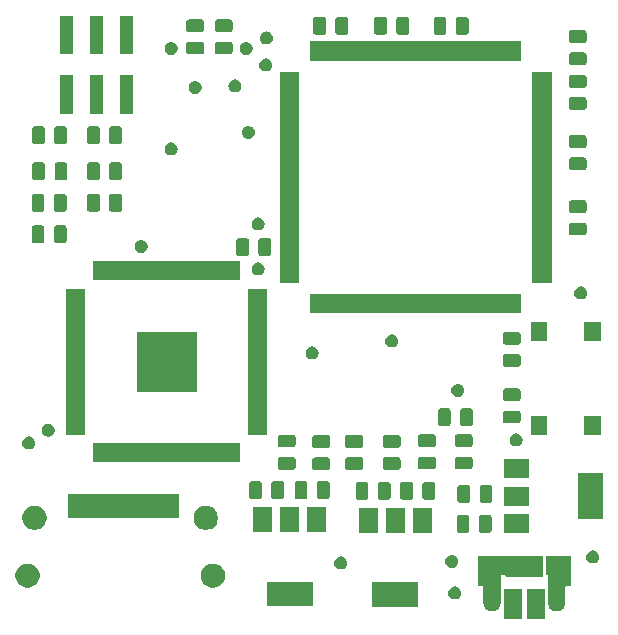
<source format=gbr>
G04 #@! TF.GenerationSoftware,KiCad,Pcbnew,(5.0.1-3-g963ef8bb5)*
G04 #@! TF.CreationDate,2020-04-18T14:55:13-02:30*
G04 #@! TF.ProjectId,graphics-card,67726170686963732D636172642E6B69,rev?*
G04 #@! TF.SameCoordinates,Original*
G04 #@! TF.FileFunction,Soldermask,Top*
G04 #@! TF.FilePolarity,Negative*
%FSLAX46Y46*%
G04 Gerber Fmt 4.6, Leading zero omitted, Abs format (unit mm)*
G04 Created by KiCad (PCBNEW (5.0.1-3-g963ef8bb5)) date Saturday, April 18, 2020 at 02:55:13 pm*
%MOMM*%
%LPD*%
G01*
G04 APERTURE LIST*
%ADD10C,0.100000*%
G04 APERTURE END LIST*
D10*
G36*
X155699000Y-162007500D02*
X154167000Y-162007500D01*
X154167000Y-159405500D01*
X155699000Y-159405500D01*
X155699000Y-162007500D01*
X155699000Y-162007500D01*
G37*
G36*
X153779000Y-162007500D02*
X152247000Y-162007500D01*
X152247000Y-159405500D01*
X153779000Y-159405500D01*
X153779000Y-162007500D01*
X153779000Y-162007500D01*
G37*
G36*
X156416407Y-156634898D02*
X156428659Y-156635500D01*
X157924000Y-156635500D01*
X157924000Y-158230500D01*
X157926402Y-158254886D01*
X157933515Y-158278335D01*
X157936500Y-158283920D01*
X157936500Y-159157500D01*
X157574000Y-159157500D01*
X157549614Y-159159902D01*
X157526165Y-159167015D01*
X157504554Y-159178566D01*
X157485612Y-159194112D01*
X157470066Y-159213054D01*
X157458515Y-159234665D01*
X157451402Y-159258114D01*
X157449000Y-159282500D01*
X157449000Y-160610849D01*
X157447190Y-160613054D01*
X157435639Y-160634665D01*
X157426726Y-160670248D01*
X157418495Y-160753820D01*
X157387783Y-160855064D01*
X157376980Y-160890676D01*
X157309568Y-161016796D01*
X157218843Y-161127343D01*
X157108296Y-161218068D01*
X156982177Y-161285479D01*
X156982174Y-161285480D01*
X156982172Y-161285481D01*
X156845321Y-161326995D01*
X156703000Y-161341012D01*
X156560680Y-161326995D01*
X156423829Y-161285481D01*
X156423827Y-161285480D01*
X156423824Y-161285479D01*
X156297705Y-161218068D01*
X156187160Y-161127345D01*
X156096430Y-161016792D01*
X156029021Y-160890677D01*
X156029019Y-160890672D01*
X155987505Y-160753821D01*
X155977000Y-160647159D01*
X155977000Y-160225842D01*
X155987505Y-160119180D01*
X155991617Y-160105624D01*
X155996398Y-160081592D01*
X155997000Y-160069339D01*
X155997000Y-158362500D01*
X155994598Y-158338114D01*
X155987485Y-158314665D01*
X155975934Y-158293054D01*
X155960388Y-158274112D01*
X155941446Y-158258566D01*
X155919835Y-158247015D01*
X155896386Y-158239902D01*
X155872000Y-158237500D01*
X155822000Y-158237500D01*
X155822000Y-157843086D01*
X155819598Y-157818700D01*
X155816617Y-157806800D01*
X155800696Y-157754318D01*
X155792000Y-157666019D01*
X155792000Y-157206982D01*
X155800696Y-157118683D01*
X155816617Y-157066201D01*
X155821398Y-157042168D01*
X155822000Y-157029915D01*
X155822000Y-156635500D01*
X156357341Y-156635500D01*
X156369593Y-156634898D01*
X156393000Y-156632593D01*
X156416407Y-156634898D01*
X156416407Y-156634898D01*
G37*
G36*
X151670817Y-156644196D02*
X151690334Y-156650117D01*
X151714367Y-156654898D01*
X151726620Y-156655500D01*
X152224761Y-156655500D01*
X152229554Y-156659434D01*
X152251165Y-156670985D01*
X152274614Y-156678098D01*
X152299000Y-156680500D01*
X155524000Y-156680500D01*
X155524000Y-158432500D01*
X152422000Y-158432500D01*
X152422000Y-158382500D01*
X152419598Y-158358114D01*
X152412485Y-158334665D01*
X152400934Y-158313054D01*
X152385388Y-158294112D01*
X152366446Y-158278566D01*
X152344835Y-158267015D01*
X152321386Y-158259902D01*
X152297000Y-158257500D01*
X152111500Y-158257500D01*
X152087114Y-158259902D01*
X152063665Y-158267015D01*
X152042054Y-158278566D01*
X152023112Y-158294112D01*
X152007566Y-158313054D01*
X151996015Y-158334665D01*
X151988902Y-158358114D01*
X151986500Y-158382500D01*
X151986500Y-159219726D01*
X151978515Y-159234665D01*
X151971402Y-159258114D01*
X151969000Y-159282500D01*
X151969000Y-160661170D01*
X151966726Y-160670248D01*
X151958495Y-160753820D01*
X151927783Y-160855064D01*
X151916980Y-160890676D01*
X151849568Y-161016796D01*
X151758843Y-161127343D01*
X151648296Y-161218068D01*
X151522177Y-161285479D01*
X151522174Y-161285480D01*
X151522172Y-161285481D01*
X151385321Y-161326995D01*
X151243000Y-161341012D01*
X151100680Y-161326995D01*
X150963829Y-161285481D01*
X150963827Y-161285480D01*
X150963824Y-161285479D01*
X150837705Y-161218068D01*
X150727160Y-161127345D01*
X150636430Y-161016792D01*
X150569021Y-160890677D01*
X150569019Y-160890672D01*
X150527505Y-160753821D01*
X150519274Y-160670248D01*
X150517000Y-160658814D01*
X150517000Y-159282500D01*
X150514598Y-159258114D01*
X150507485Y-159234665D01*
X150495934Y-159213054D01*
X150480388Y-159194112D01*
X150461446Y-159178566D01*
X150439835Y-159167015D01*
X150416386Y-159159902D01*
X150392000Y-159157500D01*
X150059500Y-159157500D01*
X150059500Y-158283920D01*
X150062485Y-158278335D01*
X150069598Y-158254886D01*
X150072000Y-158230500D01*
X150072000Y-156655500D01*
X151379379Y-156655500D01*
X151403765Y-156653098D01*
X151415665Y-156650117D01*
X151435182Y-156644196D01*
X151553000Y-156632593D01*
X151670817Y-156644196D01*
X151670817Y-156644196D01*
G37*
G36*
X145016500Y-160982500D02*
X141114500Y-160982500D01*
X141114500Y-158880500D01*
X145016500Y-158880500D01*
X145016500Y-160982500D01*
X145016500Y-160982500D01*
G37*
G36*
X136063000Y-160919000D02*
X132161000Y-160919000D01*
X132161000Y-158817000D01*
X136063000Y-158817000D01*
X136063000Y-160919000D01*
X136063000Y-160919000D01*
G37*
G36*
X148242721Y-159236174D02*
X148342995Y-159277709D01*
X148433245Y-159338012D01*
X148509988Y-159414755D01*
X148570291Y-159505005D01*
X148611826Y-159605279D01*
X148633000Y-159711730D01*
X148633000Y-159820270D01*
X148611826Y-159926721D01*
X148570291Y-160026995D01*
X148509988Y-160117245D01*
X148433245Y-160193988D01*
X148342995Y-160254291D01*
X148242721Y-160295826D01*
X148136270Y-160317000D01*
X148027730Y-160317000D01*
X147921279Y-160295826D01*
X147821005Y-160254291D01*
X147730755Y-160193988D01*
X147654012Y-160117245D01*
X147593709Y-160026995D01*
X147552174Y-159926721D01*
X147531000Y-159820270D01*
X147531000Y-159711730D01*
X147552174Y-159605279D01*
X147593709Y-159505005D01*
X147654012Y-159414755D01*
X147730755Y-159338012D01*
X147821005Y-159277709D01*
X147921279Y-159236174D01*
X148027730Y-159215000D01*
X148136270Y-159215000D01*
X148242721Y-159236174D01*
X148242721Y-159236174D01*
G37*
G36*
X112210272Y-157329428D02*
X112396992Y-157406770D01*
X112565040Y-157519056D01*
X112707944Y-157661960D01*
X112820230Y-157830008D01*
X112897572Y-158016728D01*
X112937000Y-158214946D01*
X112937000Y-158417054D01*
X112897572Y-158615272D01*
X112820230Y-158801992D01*
X112707944Y-158970040D01*
X112565040Y-159112944D01*
X112396992Y-159225230D01*
X112210272Y-159302572D01*
X112012054Y-159342000D01*
X111809946Y-159342000D01*
X111611728Y-159302572D01*
X111425008Y-159225230D01*
X111256960Y-159112944D01*
X111114056Y-158970040D01*
X111001770Y-158801992D01*
X110924428Y-158615272D01*
X110885000Y-158417054D01*
X110885000Y-158214946D01*
X110924428Y-158016728D01*
X111001770Y-157830008D01*
X111114056Y-157661960D01*
X111256960Y-157519056D01*
X111425008Y-157406770D01*
X111611728Y-157329428D01*
X111809946Y-157290000D01*
X112012054Y-157290000D01*
X112210272Y-157329428D01*
X112210272Y-157329428D01*
G37*
G36*
X127910272Y-157329428D02*
X128096992Y-157406770D01*
X128265040Y-157519056D01*
X128407944Y-157661960D01*
X128520230Y-157830008D01*
X128597572Y-158016728D01*
X128637000Y-158214946D01*
X128637000Y-158417054D01*
X128597572Y-158615272D01*
X128520230Y-158801992D01*
X128407944Y-158970040D01*
X128265040Y-159112944D01*
X128096992Y-159225230D01*
X127910272Y-159302572D01*
X127712054Y-159342000D01*
X127509946Y-159342000D01*
X127311728Y-159302572D01*
X127125008Y-159225230D01*
X126956960Y-159112944D01*
X126814056Y-158970040D01*
X126701770Y-158801992D01*
X126624428Y-158615272D01*
X126585000Y-158417054D01*
X126585000Y-158214946D01*
X126624428Y-158016728D01*
X126701770Y-157830008D01*
X126814056Y-157661960D01*
X126956960Y-157519056D01*
X127125008Y-157406770D01*
X127311728Y-157329428D01*
X127509946Y-157290000D01*
X127712054Y-157290000D01*
X127910272Y-157329428D01*
X127910272Y-157329428D01*
G37*
G36*
X138590721Y-156696174D02*
X138690995Y-156737709D01*
X138781245Y-156798012D01*
X138857988Y-156874755D01*
X138918291Y-156965005D01*
X138959826Y-157065279D01*
X138981000Y-157171730D01*
X138981000Y-157280270D01*
X138959826Y-157386721D01*
X138918291Y-157486995D01*
X138857988Y-157577245D01*
X138781245Y-157653988D01*
X138690995Y-157714291D01*
X138590721Y-157755826D01*
X138484270Y-157777000D01*
X138375730Y-157777000D01*
X138269279Y-157755826D01*
X138169005Y-157714291D01*
X138078755Y-157653988D01*
X138002012Y-157577245D01*
X137941709Y-157486995D01*
X137900174Y-157386721D01*
X137879000Y-157280270D01*
X137879000Y-157171730D01*
X137900174Y-157065279D01*
X137941709Y-156965005D01*
X138002012Y-156874755D01*
X138078755Y-156798012D01*
X138169005Y-156737709D01*
X138269279Y-156696174D01*
X138375730Y-156675000D01*
X138484270Y-156675000D01*
X138590721Y-156696174D01*
X138590721Y-156696174D01*
G37*
G36*
X147988721Y-156569174D02*
X148088995Y-156610709D01*
X148179245Y-156671012D01*
X148255988Y-156747755D01*
X148316291Y-156838005D01*
X148357826Y-156938279D01*
X148379000Y-157044730D01*
X148379000Y-157153270D01*
X148357826Y-157259721D01*
X148316291Y-157359995D01*
X148255988Y-157450245D01*
X148179245Y-157526988D01*
X148088995Y-157587291D01*
X147988721Y-157628826D01*
X147882270Y-157650000D01*
X147773730Y-157650000D01*
X147667279Y-157628826D01*
X147567005Y-157587291D01*
X147476755Y-157526988D01*
X147400012Y-157450245D01*
X147339709Y-157359995D01*
X147298174Y-157259721D01*
X147277000Y-157153270D01*
X147277000Y-157044730D01*
X147298174Y-156938279D01*
X147339709Y-156838005D01*
X147400012Y-156747755D01*
X147476755Y-156671012D01*
X147567005Y-156610709D01*
X147667279Y-156569174D01*
X147773730Y-156548000D01*
X147882270Y-156548000D01*
X147988721Y-156569174D01*
X147988721Y-156569174D01*
G37*
G36*
X159926721Y-156188174D02*
X160026995Y-156229709D01*
X160117245Y-156290012D01*
X160193988Y-156366755D01*
X160254291Y-156457005D01*
X160295826Y-156557279D01*
X160317000Y-156663730D01*
X160317000Y-156772270D01*
X160295826Y-156878721D01*
X160254291Y-156978995D01*
X160193988Y-157069245D01*
X160117245Y-157145988D01*
X160026995Y-157206291D01*
X159926721Y-157247826D01*
X159820270Y-157269000D01*
X159711730Y-157269000D01*
X159605279Y-157247826D01*
X159505005Y-157206291D01*
X159414755Y-157145988D01*
X159338012Y-157069245D01*
X159277709Y-156978995D01*
X159236174Y-156878721D01*
X159215000Y-156772270D01*
X159215000Y-156663730D01*
X159236174Y-156557279D01*
X159277709Y-156457005D01*
X159338012Y-156366755D01*
X159414755Y-156290012D01*
X159505005Y-156229709D01*
X159605279Y-156188174D01*
X159711730Y-156167000D01*
X159820270Y-156167000D01*
X159926721Y-156188174D01*
X159926721Y-156188174D01*
G37*
G36*
X141566500Y-154682500D02*
X139964500Y-154682500D01*
X139964500Y-152580500D01*
X141566500Y-152580500D01*
X141566500Y-154682500D01*
X141566500Y-154682500D01*
G37*
G36*
X143866500Y-154682500D02*
X142264500Y-154682500D01*
X142264500Y-152580500D01*
X143866500Y-152580500D01*
X143866500Y-154682500D01*
X143866500Y-154682500D01*
G37*
G36*
X146166500Y-154682500D02*
X144564500Y-154682500D01*
X144564500Y-152580500D01*
X146166500Y-152580500D01*
X146166500Y-154682500D01*
X146166500Y-154682500D01*
G37*
G36*
X154365000Y-154675500D02*
X152263000Y-154675500D01*
X152263000Y-153073500D01*
X154365000Y-153073500D01*
X154365000Y-154675500D01*
X154365000Y-154675500D01*
G37*
G36*
X149167466Y-153177565D02*
X149206137Y-153189296D01*
X149241779Y-153208348D01*
X149273017Y-153233983D01*
X149298652Y-153265221D01*
X149317704Y-153300863D01*
X149329435Y-153339534D01*
X149334000Y-153385888D01*
X149334000Y-154462112D01*
X149329435Y-154508466D01*
X149317704Y-154547137D01*
X149298652Y-154582779D01*
X149273017Y-154614017D01*
X149241779Y-154639652D01*
X149206137Y-154658704D01*
X149167466Y-154670435D01*
X149121112Y-154675000D01*
X148469888Y-154675000D01*
X148423534Y-154670435D01*
X148384863Y-154658704D01*
X148349221Y-154639652D01*
X148317983Y-154614017D01*
X148292348Y-154582779D01*
X148273296Y-154547137D01*
X148261565Y-154508466D01*
X148257000Y-154462112D01*
X148257000Y-153385888D01*
X148261565Y-153339534D01*
X148273296Y-153300863D01*
X148292348Y-153265221D01*
X148317983Y-153233983D01*
X148349221Y-153208348D01*
X148384863Y-153189296D01*
X148423534Y-153177565D01*
X148469888Y-153173000D01*
X149121112Y-153173000D01*
X149167466Y-153177565D01*
X149167466Y-153177565D01*
G37*
G36*
X151042466Y-153177565D02*
X151081137Y-153189296D01*
X151116779Y-153208348D01*
X151148017Y-153233983D01*
X151173652Y-153265221D01*
X151192704Y-153300863D01*
X151204435Y-153339534D01*
X151209000Y-153385888D01*
X151209000Y-154462112D01*
X151204435Y-154508466D01*
X151192704Y-154547137D01*
X151173652Y-154582779D01*
X151148017Y-154614017D01*
X151116779Y-154639652D01*
X151081137Y-154658704D01*
X151042466Y-154670435D01*
X150996112Y-154675000D01*
X150344888Y-154675000D01*
X150298534Y-154670435D01*
X150259863Y-154658704D01*
X150224221Y-154639652D01*
X150192983Y-154614017D01*
X150167348Y-154582779D01*
X150148296Y-154547137D01*
X150136565Y-154508466D01*
X150132000Y-154462112D01*
X150132000Y-153385888D01*
X150136565Y-153339534D01*
X150148296Y-153300863D01*
X150167348Y-153265221D01*
X150192983Y-153233983D01*
X150224221Y-153208348D01*
X150259863Y-153189296D01*
X150298534Y-153177565D01*
X150344888Y-153173000D01*
X150996112Y-153173000D01*
X151042466Y-153177565D01*
X151042466Y-153177565D01*
G37*
G36*
X137213000Y-154619000D02*
X135611000Y-154619000D01*
X135611000Y-152517000D01*
X137213000Y-152517000D01*
X137213000Y-154619000D01*
X137213000Y-154619000D01*
G37*
G36*
X134913000Y-154619000D02*
X133311000Y-154619000D01*
X133311000Y-152517000D01*
X134913000Y-152517000D01*
X134913000Y-154619000D01*
X134913000Y-154619000D01*
G37*
G36*
X132613000Y-154619000D02*
X131011000Y-154619000D01*
X131011000Y-152517000D01*
X132613000Y-152517000D01*
X132613000Y-154619000D01*
X132613000Y-154619000D01*
G37*
G36*
X112810272Y-152429428D02*
X112996992Y-152506770D01*
X113165040Y-152619056D01*
X113307944Y-152761960D01*
X113420230Y-152930008D01*
X113497572Y-153116728D01*
X113537000Y-153314946D01*
X113537000Y-153517054D01*
X113497572Y-153715272D01*
X113420230Y-153901992D01*
X113307944Y-154070040D01*
X113165040Y-154212944D01*
X112996992Y-154325230D01*
X112810272Y-154402572D01*
X112612054Y-154442000D01*
X112409946Y-154442000D01*
X112211728Y-154402572D01*
X112025008Y-154325230D01*
X111856960Y-154212944D01*
X111714056Y-154070040D01*
X111601770Y-153901992D01*
X111524428Y-153715272D01*
X111485000Y-153517054D01*
X111485000Y-153314946D01*
X111524428Y-153116728D01*
X111601770Y-152930008D01*
X111714056Y-152761960D01*
X111856960Y-152619056D01*
X112025008Y-152506770D01*
X112211728Y-152429428D01*
X112409946Y-152390000D01*
X112612054Y-152390000D01*
X112810272Y-152429428D01*
X112810272Y-152429428D01*
G37*
G36*
X127310272Y-152429428D02*
X127496992Y-152506770D01*
X127665040Y-152619056D01*
X127807944Y-152761960D01*
X127920230Y-152930008D01*
X127997572Y-153116728D01*
X128037000Y-153314946D01*
X128037000Y-153517054D01*
X127997572Y-153715272D01*
X127920230Y-153901992D01*
X127807944Y-154070040D01*
X127665040Y-154212944D01*
X127496992Y-154325230D01*
X127310272Y-154402572D01*
X127112054Y-154442000D01*
X126909946Y-154442000D01*
X126711728Y-154402572D01*
X126525008Y-154325230D01*
X126356960Y-154212944D01*
X126214056Y-154070040D01*
X126101770Y-153901992D01*
X126024428Y-153715272D01*
X125985000Y-153517054D01*
X125985000Y-153314946D01*
X126024428Y-153116728D01*
X126101770Y-152930008D01*
X126214056Y-152761960D01*
X126356960Y-152619056D01*
X126525008Y-152506770D01*
X126711728Y-152429428D01*
X126909946Y-152390000D01*
X127112054Y-152390000D01*
X127310272Y-152429428D01*
X127310272Y-152429428D01*
G37*
G36*
X160665000Y-153525500D02*
X158563000Y-153525500D01*
X158563000Y-149623500D01*
X160665000Y-149623500D01*
X160665000Y-153525500D01*
X160665000Y-153525500D01*
G37*
G36*
X124712000Y-153417000D02*
X115310000Y-153417000D01*
X115310000Y-151415000D01*
X124712000Y-151415000D01*
X124712000Y-153417000D01*
X124712000Y-153417000D01*
G37*
G36*
X154365000Y-152375500D02*
X152263000Y-152375500D01*
X152263000Y-150773500D01*
X154365000Y-150773500D01*
X154365000Y-152375500D01*
X154365000Y-152375500D01*
G37*
G36*
X149230966Y-150637565D02*
X149269637Y-150649296D01*
X149305279Y-150668348D01*
X149336517Y-150693983D01*
X149362152Y-150725221D01*
X149381204Y-150760863D01*
X149392935Y-150799534D01*
X149397500Y-150845888D01*
X149397500Y-151922112D01*
X149392935Y-151968466D01*
X149381204Y-152007137D01*
X149362152Y-152042779D01*
X149336517Y-152074017D01*
X149305279Y-152099652D01*
X149269637Y-152118704D01*
X149230966Y-152130435D01*
X149184612Y-152135000D01*
X148533388Y-152135000D01*
X148487034Y-152130435D01*
X148448363Y-152118704D01*
X148412721Y-152099652D01*
X148381483Y-152074017D01*
X148355848Y-152042779D01*
X148336796Y-152007137D01*
X148325065Y-151968466D01*
X148320500Y-151922112D01*
X148320500Y-150845888D01*
X148325065Y-150799534D01*
X148336796Y-150760863D01*
X148355848Y-150725221D01*
X148381483Y-150693983D01*
X148412721Y-150668348D01*
X148448363Y-150649296D01*
X148487034Y-150637565D01*
X148533388Y-150633000D01*
X149184612Y-150633000D01*
X149230966Y-150637565D01*
X149230966Y-150637565D01*
G37*
G36*
X151105966Y-150637565D02*
X151144637Y-150649296D01*
X151180279Y-150668348D01*
X151211517Y-150693983D01*
X151237152Y-150725221D01*
X151256204Y-150760863D01*
X151267935Y-150799534D01*
X151272500Y-150845888D01*
X151272500Y-151922112D01*
X151267935Y-151968466D01*
X151256204Y-152007137D01*
X151237152Y-152042779D01*
X151211517Y-152074017D01*
X151180279Y-152099652D01*
X151144637Y-152118704D01*
X151105966Y-152130435D01*
X151059612Y-152135000D01*
X150408388Y-152135000D01*
X150362034Y-152130435D01*
X150323363Y-152118704D01*
X150287721Y-152099652D01*
X150256483Y-152074017D01*
X150230848Y-152042779D01*
X150211796Y-152007137D01*
X150200065Y-151968466D01*
X150195500Y-151922112D01*
X150195500Y-150845888D01*
X150200065Y-150799534D01*
X150211796Y-150760863D01*
X150230848Y-150725221D01*
X150256483Y-150693983D01*
X150287721Y-150668348D01*
X150323363Y-150649296D01*
X150362034Y-150637565D01*
X150408388Y-150633000D01*
X151059612Y-150633000D01*
X151105966Y-150637565D01*
X151105966Y-150637565D01*
G37*
G36*
X144389966Y-150383565D02*
X144428637Y-150395296D01*
X144464279Y-150414348D01*
X144495517Y-150439983D01*
X144521152Y-150471221D01*
X144540204Y-150506863D01*
X144551935Y-150545534D01*
X144556500Y-150591888D01*
X144556500Y-151668112D01*
X144551935Y-151714466D01*
X144540204Y-151753137D01*
X144521152Y-151788779D01*
X144495517Y-151820017D01*
X144464279Y-151845652D01*
X144428637Y-151864704D01*
X144389966Y-151876435D01*
X144343612Y-151881000D01*
X143692388Y-151881000D01*
X143646034Y-151876435D01*
X143607363Y-151864704D01*
X143571721Y-151845652D01*
X143540483Y-151820017D01*
X143514848Y-151788779D01*
X143495796Y-151753137D01*
X143484065Y-151714466D01*
X143479500Y-151668112D01*
X143479500Y-150591888D01*
X143484065Y-150545534D01*
X143495796Y-150506863D01*
X143514848Y-150471221D01*
X143540483Y-150439983D01*
X143571721Y-150414348D01*
X143607363Y-150395296D01*
X143646034Y-150383565D01*
X143692388Y-150379000D01*
X144343612Y-150379000D01*
X144389966Y-150383565D01*
X144389966Y-150383565D01*
G37*
G36*
X146264966Y-150383565D02*
X146303637Y-150395296D01*
X146339279Y-150414348D01*
X146370517Y-150439983D01*
X146396152Y-150471221D01*
X146415204Y-150506863D01*
X146426935Y-150545534D01*
X146431500Y-150591888D01*
X146431500Y-151668112D01*
X146426935Y-151714466D01*
X146415204Y-151753137D01*
X146396152Y-151788779D01*
X146370517Y-151820017D01*
X146339279Y-151845652D01*
X146303637Y-151864704D01*
X146264966Y-151876435D01*
X146218612Y-151881000D01*
X145567388Y-151881000D01*
X145521034Y-151876435D01*
X145482363Y-151864704D01*
X145446721Y-151845652D01*
X145415483Y-151820017D01*
X145389848Y-151788779D01*
X145370796Y-151753137D01*
X145359065Y-151714466D01*
X145354500Y-151668112D01*
X145354500Y-150591888D01*
X145359065Y-150545534D01*
X145370796Y-150506863D01*
X145389848Y-150471221D01*
X145415483Y-150439983D01*
X145446721Y-150414348D01*
X145482363Y-150395296D01*
X145521034Y-150383565D01*
X145567388Y-150379000D01*
X146218612Y-150379000D01*
X146264966Y-150383565D01*
X146264966Y-150383565D01*
G37*
G36*
X142484966Y-150383565D02*
X142523637Y-150395296D01*
X142559279Y-150414348D01*
X142590517Y-150439983D01*
X142616152Y-150471221D01*
X142635204Y-150506863D01*
X142646935Y-150545534D01*
X142651500Y-150591888D01*
X142651500Y-151668112D01*
X142646935Y-151714466D01*
X142635204Y-151753137D01*
X142616152Y-151788779D01*
X142590517Y-151820017D01*
X142559279Y-151845652D01*
X142523637Y-151864704D01*
X142484966Y-151876435D01*
X142438612Y-151881000D01*
X141787388Y-151881000D01*
X141741034Y-151876435D01*
X141702363Y-151864704D01*
X141666721Y-151845652D01*
X141635483Y-151820017D01*
X141609848Y-151788779D01*
X141590796Y-151753137D01*
X141579065Y-151714466D01*
X141574500Y-151668112D01*
X141574500Y-150591888D01*
X141579065Y-150545534D01*
X141590796Y-150506863D01*
X141609848Y-150471221D01*
X141635483Y-150439983D01*
X141666721Y-150414348D01*
X141702363Y-150395296D01*
X141741034Y-150383565D01*
X141787388Y-150379000D01*
X142438612Y-150379000D01*
X142484966Y-150383565D01*
X142484966Y-150383565D01*
G37*
G36*
X140609966Y-150383565D02*
X140648637Y-150395296D01*
X140684279Y-150414348D01*
X140715517Y-150439983D01*
X140741152Y-150471221D01*
X140760204Y-150506863D01*
X140771935Y-150545534D01*
X140776500Y-150591888D01*
X140776500Y-151668112D01*
X140771935Y-151714466D01*
X140760204Y-151753137D01*
X140741152Y-151788779D01*
X140715517Y-151820017D01*
X140684279Y-151845652D01*
X140648637Y-151864704D01*
X140609966Y-151876435D01*
X140563612Y-151881000D01*
X139912388Y-151881000D01*
X139866034Y-151876435D01*
X139827363Y-151864704D01*
X139791721Y-151845652D01*
X139760483Y-151820017D01*
X139734848Y-151788779D01*
X139715796Y-151753137D01*
X139704065Y-151714466D01*
X139699500Y-151668112D01*
X139699500Y-150591888D01*
X139704065Y-150545534D01*
X139715796Y-150506863D01*
X139734848Y-150471221D01*
X139760483Y-150439983D01*
X139791721Y-150414348D01*
X139827363Y-150395296D01*
X139866034Y-150383565D01*
X139912388Y-150379000D01*
X140563612Y-150379000D01*
X140609966Y-150383565D01*
X140609966Y-150383565D01*
G37*
G36*
X137326466Y-150320065D02*
X137365137Y-150331796D01*
X137400779Y-150350848D01*
X137432017Y-150376483D01*
X137457652Y-150407721D01*
X137476704Y-150443363D01*
X137488435Y-150482034D01*
X137493000Y-150528388D01*
X137493000Y-151604612D01*
X137488435Y-151650966D01*
X137476704Y-151689637D01*
X137457652Y-151725279D01*
X137432017Y-151756517D01*
X137400779Y-151782152D01*
X137365137Y-151801204D01*
X137326466Y-151812935D01*
X137280112Y-151817500D01*
X136628888Y-151817500D01*
X136582534Y-151812935D01*
X136543863Y-151801204D01*
X136508221Y-151782152D01*
X136476983Y-151756517D01*
X136451348Y-151725279D01*
X136432296Y-151689637D01*
X136420565Y-151650966D01*
X136416000Y-151604612D01*
X136416000Y-150528388D01*
X136420565Y-150482034D01*
X136432296Y-150443363D01*
X136451348Y-150407721D01*
X136476983Y-150376483D01*
X136508221Y-150350848D01*
X136543863Y-150331796D01*
X136582534Y-150320065D01*
X136628888Y-150315500D01*
X137280112Y-150315500D01*
X137326466Y-150320065D01*
X137326466Y-150320065D01*
G37*
G36*
X135451466Y-150320065D02*
X135490137Y-150331796D01*
X135525779Y-150350848D01*
X135557017Y-150376483D01*
X135582652Y-150407721D01*
X135601704Y-150443363D01*
X135613435Y-150482034D01*
X135618000Y-150528388D01*
X135618000Y-151604612D01*
X135613435Y-151650966D01*
X135601704Y-151689637D01*
X135582652Y-151725279D01*
X135557017Y-151756517D01*
X135525779Y-151782152D01*
X135490137Y-151801204D01*
X135451466Y-151812935D01*
X135405112Y-151817500D01*
X134753888Y-151817500D01*
X134707534Y-151812935D01*
X134668863Y-151801204D01*
X134633221Y-151782152D01*
X134601983Y-151756517D01*
X134576348Y-151725279D01*
X134557296Y-151689637D01*
X134545565Y-151650966D01*
X134541000Y-151604612D01*
X134541000Y-150528388D01*
X134545565Y-150482034D01*
X134557296Y-150443363D01*
X134576348Y-150407721D01*
X134601983Y-150376483D01*
X134633221Y-150350848D01*
X134668863Y-150331796D01*
X134707534Y-150320065D01*
X134753888Y-150315500D01*
X135405112Y-150315500D01*
X135451466Y-150320065D01*
X135451466Y-150320065D01*
G37*
G36*
X133467966Y-150320065D02*
X133506637Y-150331796D01*
X133542279Y-150350848D01*
X133573517Y-150376483D01*
X133599152Y-150407721D01*
X133618204Y-150443363D01*
X133629935Y-150482034D01*
X133634500Y-150528388D01*
X133634500Y-151604612D01*
X133629935Y-151650966D01*
X133618204Y-151689637D01*
X133599152Y-151725279D01*
X133573517Y-151756517D01*
X133542279Y-151782152D01*
X133506637Y-151801204D01*
X133467966Y-151812935D01*
X133421612Y-151817500D01*
X132770388Y-151817500D01*
X132724034Y-151812935D01*
X132685363Y-151801204D01*
X132649721Y-151782152D01*
X132618483Y-151756517D01*
X132592848Y-151725279D01*
X132573796Y-151689637D01*
X132562065Y-151650966D01*
X132557500Y-151604612D01*
X132557500Y-150528388D01*
X132562065Y-150482034D01*
X132573796Y-150443363D01*
X132592848Y-150407721D01*
X132618483Y-150376483D01*
X132649721Y-150350848D01*
X132685363Y-150331796D01*
X132724034Y-150320065D01*
X132770388Y-150315500D01*
X133421612Y-150315500D01*
X133467966Y-150320065D01*
X133467966Y-150320065D01*
G37*
G36*
X131592966Y-150320065D02*
X131631637Y-150331796D01*
X131667279Y-150350848D01*
X131698517Y-150376483D01*
X131724152Y-150407721D01*
X131743204Y-150443363D01*
X131754935Y-150482034D01*
X131759500Y-150528388D01*
X131759500Y-151604612D01*
X131754935Y-151650966D01*
X131743204Y-151689637D01*
X131724152Y-151725279D01*
X131698517Y-151756517D01*
X131667279Y-151782152D01*
X131631637Y-151801204D01*
X131592966Y-151812935D01*
X131546612Y-151817500D01*
X130895388Y-151817500D01*
X130849034Y-151812935D01*
X130810363Y-151801204D01*
X130774721Y-151782152D01*
X130743483Y-151756517D01*
X130717848Y-151725279D01*
X130698796Y-151689637D01*
X130687065Y-151650966D01*
X130682500Y-151604612D01*
X130682500Y-150528388D01*
X130687065Y-150482034D01*
X130698796Y-150443363D01*
X130717848Y-150407721D01*
X130743483Y-150376483D01*
X130774721Y-150350848D01*
X130810363Y-150331796D01*
X130849034Y-150320065D01*
X130895388Y-150315500D01*
X131546612Y-150315500D01*
X131592966Y-150320065D01*
X131592966Y-150320065D01*
G37*
G36*
X154365000Y-150075500D02*
X152263000Y-150075500D01*
X152263000Y-148473500D01*
X154365000Y-148473500D01*
X154365000Y-150075500D01*
X154365000Y-150075500D01*
G37*
G36*
X137363466Y-148310065D02*
X137402137Y-148321796D01*
X137437779Y-148340848D01*
X137469017Y-148366483D01*
X137494652Y-148397721D01*
X137513704Y-148433363D01*
X137525435Y-148472034D01*
X137530000Y-148518388D01*
X137530000Y-149169612D01*
X137525435Y-149215966D01*
X137513704Y-149254637D01*
X137494652Y-149290279D01*
X137469017Y-149321517D01*
X137437779Y-149347152D01*
X137402137Y-149366204D01*
X137363466Y-149377935D01*
X137317112Y-149382500D01*
X136240888Y-149382500D01*
X136194534Y-149377935D01*
X136155863Y-149366204D01*
X136120221Y-149347152D01*
X136088983Y-149321517D01*
X136063348Y-149290279D01*
X136044296Y-149254637D01*
X136032565Y-149215966D01*
X136028000Y-149169612D01*
X136028000Y-148518388D01*
X136032565Y-148472034D01*
X136044296Y-148433363D01*
X136063348Y-148397721D01*
X136088983Y-148366483D01*
X136120221Y-148340848D01*
X136155863Y-148321796D01*
X136194534Y-148310065D01*
X136240888Y-148305500D01*
X137317112Y-148305500D01*
X137363466Y-148310065D01*
X137363466Y-148310065D01*
G37*
G36*
X140157466Y-148282365D02*
X140196137Y-148294096D01*
X140231779Y-148313148D01*
X140263017Y-148338783D01*
X140288652Y-148370021D01*
X140307704Y-148405663D01*
X140319435Y-148444334D01*
X140324000Y-148490688D01*
X140324000Y-149141912D01*
X140319435Y-149188266D01*
X140307704Y-149226937D01*
X140288652Y-149262579D01*
X140263017Y-149293817D01*
X140231779Y-149319452D01*
X140196137Y-149338504D01*
X140157466Y-149350235D01*
X140111112Y-149354800D01*
X139034888Y-149354800D01*
X138988534Y-149350235D01*
X138949863Y-149338504D01*
X138914221Y-149319452D01*
X138882983Y-149293817D01*
X138857348Y-149262579D01*
X138838296Y-149226937D01*
X138826565Y-149188266D01*
X138822000Y-149141912D01*
X138822000Y-148490688D01*
X138826565Y-148444334D01*
X138838296Y-148405663D01*
X138857348Y-148370021D01*
X138882983Y-148338783D01*
X138914221Y-148313148D01*
X138949863Y-148294096D01*
X138988534Y-148282365D01*
X139034888Y-148277800D01*
X140111112Y-148277800D01*
X140157466Y-148282365D01*
X140157466Y-148282365D01*
G37*
G36*
X143332466Y-148280065D02*
X143371137Y-148291796D01*
X143406779Y-148310848D01*
X143438017Y-148336483D01*
X143463652Y-148367721D01*
X143482704Y-148403363D01*
X143494435Y-148442034D01*
X143499000Y-148488388D01*
X143499000Y-149139612D01*
X143494435Y-149185966D01*
X143482704Y-149224637D01*
X143463652Y-149260279D01*
X143438017Y-149291517D01*
X143406779Y-149317152D01*
X143371137Y-149336204D01*
X143332466Y-149347935D01*
X143286112Y-149352500D01*
X142209888Y-149352500D01*
X142163534Y-149347935D01*
X142124863Y-149336204D01*
X142089221Y-149317152D01*
X142057983Y-149291517D01*
X142032348Y-149260279D01*
X142013296Y-149224637D01*
X142001565Y-149185966D01*
X141997000Y-149139612D01*
X141997000Y-148488388D01*
X142001565Y-148442034D01*
X142013296Y-148403363D01*
X142032348Y-148367721D01*
X142057983Y-148336483D01*
X142089221Y-148310848D01*
X142124863Y-148291796D01*
X142163534Y-148280065D01*
X142209888Y-148275500D01*
X143286112Y-148275500D01*
X143332466Y-148280065D01*
X143332466Y-148280065D01*
G37*
G36*
X134442466Y-148259265D02*
X134481137Y-148270996D01*
X134516779Y-148290048D01*
X134548017Y-148315683D01*
X134573652Y-148346921D01*
X134592704Y-148382563D01*
X134604435Y-148421234D01*
X134609000Y-148467588D01*
X134609000Y-149118812D01*
X134604435Y-149165166D01*
X134592704Y-149203837D01*
X134573652Y-149239479D01*
X134548017Y-149270717D01*
X134516779Y-149296352D01*
X134481137Y-149315404D01*
X134442466Y-149327135D01*
X134396112Y-149331700D01*
X133319888Y-149331700D01*
X133273534Y-149327135D01*
X133234863Y-149315404D01*
X133199221Y-149296352D01*
X133167983Y-149270717D01*
X133142348Y-149239479D01*
X133123296Y-149203837D01*
X133111565Y-149165166D01*
X133107000Y-149118812D01*
X133107000Y-148467588D01*
X133111565Y-148421234D01*
X133123296Y-148382563D01*
X133142348Y-148346921D01*
X133167983Y-148315683D01*
X133199221Y-148290048D01*
X133234863Y-148270996D01*
X133273534Y-148259265D01*
X133319888Y-148254700D01*
X134396112Y-148254700D01*
X134442466Y-148259265D01*
X134442466Y-148259265D01*
G37*
G36*
X146316966Y-148231565D02*
X146355637Y-148243296D01*
X146391279Y-148262348D01*
X146422517Y-148287983D01*
X146448152Y-148319221D01*
X146467204Y-148354863D01*
X146478935Y-148393534D01*
X146483500Y-148439888D01*
X146483500Y-149091112D01*
X146478935Y-149137466D01*
X146467204Y-149176137D01*
X146448152Y-149211779D01*
X146422517Y-149243017D01*
X146391279Y-149268652D01*
X146355637Y-149287704D01*
X146316966Y-149299435D01*
X146270612Y-149304000D01*
X145194388Y-149304000D01*
X145148034Y-149299435D01*
X145109363Y-149287704D01*
X145073721Y-149268652D01*
X145042483Y-149243017D01*
X145016848Y-149211779D01*
X144997796Y-149176137D01*
X144986065Y-149137466D01*
X144981500Y-149091112D01*
X144981500Y-148439888D01*
X144986065Y-148393534D01*
X144997796Y-148354863D01*
X145016848Y-148319221D01*
X145042483Y-148287983D01*
X145073721Y-148262348D01*
X145109363Y-148243296D01*
X145148034Y-148231565D01*
X145194388Y-148227000D01*
X146270612Y-148227000D01*
X146316966Y-148231565D01*
X146316966Y-148231565D01*
G37*
G36*
X149428466Y-148231565D02*
X149467137Y-148243296D01*
X149502779Y-148262348D01*
X149534017Y-148287983D01*
X149559652Y-148319221D01*
X149578704Y-148354863D01*
X149590435Y-148393534D01*
X149595000Y-148439888D01*
X149595000Y-149091112D01*
X149590435Y-149137466D01*
X149578704Y-149176137D01*
X149559652Y-149211779D01*
X149534017Y-149243017D01*
X149502779Y-149268652D01*
X149467137Y-149287704D01*
X149428466Y-149299435D01*
X149382112Y-149304000D01*
X148305888Y-149304000D01*
X148259534Y-149299435D01*
X148220863Y-149287704D01*
X148185221Y-149268652D01*
X148153983Y-149243017D01*
X148128348Y-149211779D01*
X148109296Y-149176137D01*
X148097565Y-149137466D01*
X148093000Y-149091112D01*
X148093000Y-148439888D01*
X148097565Y-148393534D01*
X148109296Y-148354863D01*
X148128348Y-148319221D01*
X148153983Y-148287983D01*
X148185221Y-148262348D01*
X148220863Y-148243296D01*
X148259534Y-148231565D01*
X148305888Y-148227000D01*
X149382112Y-148227000D01*
X149428466Y-148231565D01*
X149428466Y-148231565D01*
G37*
G36*
X129899000Y-148709000D02*
X117497000Y-148709000D01*
X117497000Y-147107000D01*
X129899000Y-147107000D01*
X129899000Y-148709000D01*
X129899000Y-148709000D01*
G37*
G36*
X112174721Y-146536174D02*
X112274995Y-146577709D01*
X112365245Y-146638012D01*
X112441988Y-146714755D01*
X112502291Y-146805005D01*
X112543826Y-146905279D01*
X112565000Y-147011730D01*
X112565000Y-147120270D01*
X112543826Y-147226721D01*
X112502291Y-147326995D01*
X112441988Y-147417245D01*
X112365245Y-147493988D01*
X112274995Y-147554291D01*
X112174721Y-147595826D01*
X112068270Y-147617000D01*
X111959730Y-147617000D01*
X111853279Y-147595826D01*
X111753005Y-147554291D01*
X111662755Y-147493988D01*
X111586012Y-147417245D01*
X111525709Y-147326995D01*
X111484174Y-147226721D01*
X111463000Y-147120270D01*
X111463000Y-147011730D01*
X111484174Y-146905279D01*
X111525709Y-146805005D01*
X111586012Y-146714755D01*
X111662755Y-146638012D01*
X111753005Y-146577709D01*
X111853279Y-146536174D01*
X111959730Y-146515000D01*
X112068270Y-146515000D01*
X112174721Y-146536174D01*
X112174721Y-146536174D01*
G37*
G36*
X137363466Y-146435065D02*
X137402137Y-146446796D01*
X137437779Y-146465848D01*
X137469017Y-146491483D01*
X137494652Y-146522721D01*
X137513704Y-146558363D01*
X137525435Y-146597034D01*
X137530000Y-146643388D01*
X137530000Y-147294612D01*
X137525435Y-147340966D01*
X137513704Y-147379637D01*
X137494652Y-147415279D01*
X137469017Y-147446517D01*
X137437779Y-147472152D01*
X137402137Y-147491204D01*
X137363466Y-147502935D01*
X137317112Y-147507500D01*
X136240888Y-147507500D01*
X136194534Y-147502935D01*
X136155863Y-147491204D01*
X136120221Y-147472152D01*
X136088983Y-147446517D01*
X136063348Y-147415279D01*
X136044296Y-147379637D01*
X136032565Y-147340966D01*
X136028000Y-147294612D01*
X136028000Y-146643388D01*
X136032565Y-146597034D01*
X136044296Y-146558363D01*
X136063348Y-146522721D01*
X136088983Y-146491483D01*
X136120221Y-146465848D01*
X136155863Y-146446796D01*
X136194534Y-146435065D01*
X136240888Y-146430500D01*
X137317112Y-146430500D01*
X137363466Y-146435065D01*
X137363466Y-146435065D01*
G37*
G36*
X140157466Y-146407365D02*
X140196137Y-146419096D01*
X140231779Y-146438148D01*
X140263017Y-146463783D01*
X140288652Y-146495021D01*
X140307704Y-146530663D01*
X140319435Y-146569334D01*
X140324000Y-146615688D01*
X140324000Y-147266912D01*
X140319435Y-147313266D01*
X140307704Y-147351937D01*
X140288652Y-147387579D01*
X140263017Y-147418817D01*
X140231779Y-147444452D01*
X140196137Y-147463504D01*
X140157466Y-147475235D01*
X140111112Y-147479800D01*
X139034888Y-147479800D01*
X138988534Y-147475235D01*
X138949863Y-147463504D01*
X138914221Y-147444452D01*
X138882983Y-147418817D01*
X138857348Y-147387579D01*
X138838296Y-147351937D01*
X138826565Y-147313266D01*
X138822000Y-147266912D01*
X138822000Y-146615688D01*
X138826565Y-146569334D01*
X138838296Y-146530663D01*
X138857348Y-146495021D01*
X138882983Y-146463783D01*
X138914221Y-146438148D01*
X138949863Y-146419096D01*
X138988534Y-146407365D01*
X139034888Y-146402800D01*
X140111112Y-146402800D01*
X140157466Y-146407365D01*
X140157466Y-146407365D01*
G37*
G36*
X143332466Y-146405065D02*
X143371137Y-146416796D01*
X143406779Y-146435848D01*
X143438017Y-146461483D01*
X143463652Y-146492721D01*
X143482704Y-146528363D01*
X143494435Y-146567034D01*
X143499000Y-146613388D01*
X143499000Y-147264612D01*
X143494435Y-147310966D01*
X143482704Y-147349637D01*
X143463652Y-147385279D01*
X143438017Y-147416517D01*
X143406779Y-147442152D01*
X143371137Y-147461204D01*
X143332466Y-147472935D01*
X143286112Y-147477500D01*
X142209888Y-147477500D01*
X142163534Y-147472935D01*
X142124863Y-147461204D01*
X142089221Y-147442152D01*
X142057983Y-147416517D01*
X142032348Y-147385279D01*
X142013296Y-147349637D01*
X142001565Y-147310966D01*
X141997000Y-147264612D01*
X141997000Y-146613388D01*
X142001565Y-146567034D01*
X142013296Y-146528363D01*
X142032348Y-146492721D01*
X142057983Y-146461483D01*
X142089221Y-146435848D01*
X142124863Y-146416796D01*
X142163534Y-146405065D01*
X142209888Y-146400500D01*
X143286112Y-146400500D01*
X143332466Y-146405065D01*
X143332466Y-146405065D01*
G37*
G36*
X134442466Y-146384265D02*
X134481137Y-146395996D01*
X134516779Y-146415048D01*
X134548017Y-146440683D01*
X134573652Y-146471921D01*
X134592704Y-146507563D01*
X134604435Y-146546234D01*
X134609000Y-146592588D01*
X134609000Y-147243812D01*
X134604435Y-147290166D01*
X134592704Y-147328837D01*
X134573652Y-147364479D01*
X134548017Y-147395717D01*
X134516779Y-147421352D01*
X134481137Y-147440404D01*
X134442466Y-147452135D01*
X134396112Y-147456700D01*
X133319888Y-147456700D01*
X133273534Y-147452135D01*
X133234863Y-147440404D01*
X133199221Y-147421352D01*
X133167983Y-147395717D01*
X133142348Y-147364479D01*
X133123296Y-147328837D01*
X133111565Y-147290166D01*
X133107000Y-147243812D01*
X133107000Y-146592588D01*
X133111565Y-146546234D01*
X133123296Y-146507563D01*
X133142348Y-146471921D01*
X133167983Y-146440683D01*
X133199221Y-146415048D01*
X133234863Y-146395996D01*
X133273534Y-146384265D01*
X133319888Y-146379700D01*
X134396112Y-146379700D01*
X134442466Y-146384265D01*
X134442466Y-146384265D01*
G37*
G36*
X146316966Y-146356565D02*
X146355637Y-146368296D01*
X146391279Y-146387348D01*
X146422517Y-146412983D01*
X146448152Y-146444221D01*
X146467204Y-146479863D01*
X146478935Y-146518534D01*
X146483500Y-146564888D01*
X146483500Y-147216112D01*
X146478935Y-147262466D01*
X146467204Y-147301137D01*
X146448152Y-147336779D01*
X146422517Y-147368017D01*
X146391279Y-147393652D01*
X146355637Y-147412704D01*
X146316966Y-147424435D01*
X146270612Y-147429000D01*
X145194388Y-147429000D01*
X145148034Y-147424435D01*
X145109363Y-147412704D01*
X145073721Y-147393652D01*
X145042483Y-147368017D01*
X145016848Y-147336779D01*
X144997796Y-147301137D01*
X144986065Y-147262466D01*
X144981500Y-147216112D01*
X144981500Y-146564888D01*
X144986065Y-146518534D01*
X144997796Y-146479863D01*
X145016848Y-146444221D01*
X145042483Y-146412983D01*
X145073721Y-146387348D01*
X145109363Y-146368296D01*
X145148034Y-146356565D01*
X145194388Y-146352000D01*
X146270612Y-146352000D01*
X146316966Y-146356565D01*
X146316966Y-146356565D01*
G37*
G36*
X149428466Y-146356565D02*
X149467137Y-146368296D01*
X149502779Y-146387348D01*
X149534017Y-146412983D01*
X149559652Y-146444221D01*
X149578704Y-146479863D01*
X149590435Y-146518534D01*
X149595000Y-146564888D01*
X149595000Y-147216112D01*
X149590435Y-147262466D01*
X149578704Y-147301137D01*
X149559652Y-147336779D01*
X149534017Y-147368017D01*
X149502779Y-147393652D01*
X149467137Y-147412704D01*
X149428466Y-147424435D01*
X149382112Y-147429000D01*
X148305888Y-147429000D01*
X148259534Y-147424435D01*
X148220863Y-147412704D01*
X148185221Y-147393652D01*
X148153983Y-147368017D01*
X148128348Y-147336779D01*
X148109296Y-147301137D01*
X148097565Y-147262466D01*
X148093000Y-147216112D01*
X148093000Y-146564888D01*
X148097565Y-146518534D01*
X148109296Y-146479863D01*
X148128348Y-146444221D01*
X148153983Y-146412983D01*
X148185221Y-146387348D01*
X148220863Y-146368296D01*
X148259534Y-146356565D01*
X148305888Y-146352000D01*
X149382112Y-146352000D01*
X149428466Y-146356565D01*
X149428466Y-146356565D01*
G37*
G36*
X153449721Y-146282174D02*
X153549995Y-146323709D01*
X153640245Y-146384012D01*
X153716988Y-146460755D01*
X153777291Y-146551005D01*
X153818826Y-146651279D01*
X153840000Y-146757730D01*
X153840000Y-146866270D01*
X153818826Y-146972721D01*
X153777291Y-147072995D01*
X153716988Y-147163245D01*
X153640245Y-147239988D01*
X153549995Y-147300291D01*
X153449721Y-147341826D01*
X153343270Y-147363000D01*
X153234730Y-147363000D01*
X153128279Y-147341826D01*
X153028005Y-147300291D01*
X152937755Y-147239988D01*
X152861012Y-147163245D01*
X152800709Y-147072995D01*
X152759174Y-146972721D01*
X152738000Y-146866270D01*
X152738000Y-146757730D01*
X152759174Y-146651279D01*
X152800709Y-146551005D01*
X152861012Y-146460755D01*
X152937755Y-146384012D01*
X153028005Y-146323709D01*
X153128279Y-146282174D01*
X153234730Y-146261000D01*
X153343270Y-146261000D01*
X153449721Y-146282174D01*
X153449721Y-146282174D01*
G37*
G36*
X113825721Y-145456674D02*
X113925995Y-145498209D01*
X114016245Y-145558512D01*
X114092988Y-145635255D01*
X114153291Y-145725505D01*
X114194826Y-145825779D01*
X114216000Y-145932230D01*
X114216000Y-146040770D01*
X114194826Y-146147221D01*
X114153291Y-146247495D01*
X114092988Y-146337745D01*
X114016245Y-146414488D01*
X113925995Y-146474791D01*
X113825721Y-146516326D01*
X113719270Y-146537500D01*
X113610730Y-146537500D01*
X113504279Y-146516326D01*
X113404005Y-146474791D01*
X113313755Y-146414488D01*
X113237012Y-146337745D01*
X113176709Y-146247495D01*
X113135174Y-146147221D01*
X113114000Y-146040770D01*
X113114000Y-145932230D01*
X113135174Y-145825779D01*
X113176709Y-145725505D01*
X113237012Y-145635255D01*
X113313755Y-145558512D01*
X113404005Y-145498209D01*
X113504279Y-145456674D01*
X113610730Y-145435500D01*
X113719270Y-145435500D01*
X113825721Y-145456674D01*
X113825721Y-145456674D01*
G37*
G36*
X116799000Y-146409000D02*
X115197000Y-146409000D01*
X115197000Y-134007000D01*
X116799000Y-134007000D01*
X116799000Y-146409000D01*
X116799000Y-146409000D01*
G37*
G36*
X132199000Y-146409000D02*
X130597000Y-146409000D01*
X130597000Y-134007000D01*
X132199000Y-134007000D01*
X132199000Y-146409000D01*
X132199000Y-146409000D01*
G37*
G36*
X160431000Y-146406000D02*
X159029000Y-146406000D01*
X159029000Y-144754000D01*
X160431000Y-144754000D01*
X160431000Y-146406000D01*
X160431000Y-146406000D01*
G37*
G36*
X155931000Y-146406000D02*
X154529000Y-146406000D01*
X154529000Y-144754000D01*
X155931000Y-144754000D01*
X155931000Y-146406000D01*
X155931000Y-146406000D01*
G37*
G36*
X149439966Y-144160565D02*
X149478637Y-144172296D01*
X149514279Y-144191348D01*
X149545517Y-144216983D01*
X149571152Y-144248221D01*
X149590204Y-144283863D01*
X149601935Y-144322534D01*
X149606500Y-144368888D01*
X149606500Y-145445112D01*
X149601935Y-145491466D01*
X149590204Y-145530137D01*
X149571152Y-145565779D01*
X149545517Y-145597017D01*
X149514279Y-145622652D01*
X149478637Y-145641704D01*
X149439966Y-145653435D01*
X149393612Y-145658000D01*
X148742388Y-145658000D01*
X148696034Y-145653435D01*
X148657363Y-145641704D01*
X148621721Y-145622652D01*
X148590483Y-145597017D01*
X148564848Y-145565779D01*
X148545796Y-145530137D01*
X148534065Y-145491466D01*
X148529500Y-145445112D01*
X148529500Y-144368888D01*
X148534065Y-144322534D01*
X148545796Y-144283863D01*
X148564848Y-144248221D01*
X148590483Y-144216983D01*
X148621721Y-144191348D01*
X148657363Y-144172296D01*
X148696034Y-144160565D01*
X148742388Y-144156000D01*
X149393612Y-144156000D01*
X149439966Y-144160565D01*
X149439966Y-144160565D01*
G37*
G36*
X147564966Y-144160565D02*
X147603637Y-144172296D01*
X147639279Y-144191348D01*
X147670517Y-144216983D01*
X147696152Y-144248221D01*
X147715204Y-144283863D01*
X147726935Y-144322534D01*
X147731500Y-144368888D01*
X147731500Y-145445112D01*
X147726935Y-145491466D01*
X147715204Y-145530137D01*
X147696152Y-145565779D01*
X147670517Y-145597017D01*
X147639279Y-145622652D01*
X147603637Y-145641704D01*
X147564966Y-145653435D01*
X147518612Y-145658000D01*
X146867388Y-145658000D01*
X146821034Y-145653435D01*
X146782363Y-145641704D01*
X146746721Y-145622652D01*
X146715483Y-145597017D01*
X146689848Y-145565779D01*
X146670796Y-145530137D01*
X146659065Y-145491466D01*
X146654500Y-145445112D01*
X146654500Y-144368888D01*
X146659065Y-144322534D01*
X146670796Y-144283863D01*
X146689848Y-144248221D01*
X146715483Y-144216983D01*
X146746721Y-144191348D01*
X146782363Y-144172296D01*
X146821034Y-144160565D01*
X146867388Y-144156000D01*
X147518612Y-144156000D01*
X147564966Y-144160565D01*
X147564966Y-144160565D01*
G37*
G36*
X153492466Y-144343065D02*
X153531137Y-144354796D01*
X153566779Y-144373848D01*
X153598017Y-144399483D01*
X153623652Y-144430721D01*
X153642704Y-144466363D01*
X153654435Y-144505034D01*
X153659000Y-144551388D01*
X153659000Y-145202612D01*
X153654435Y-145248966D01*
X153642704Y-145287637D01*
X153623652Y-145323279D01*
X153598017Y-145354517D01*
X153566779Y-145380152D01*
X153531137Y-145399204D01*
X153492466Y-145410935D01*
X153446112Y-145415500D01*
X152369888Y-145415500D01*
X152323534Y-145410935D01*
X152284863Y-145399204D01*
X152249221Y-145380152D01*
X152217983Y-145354517D01*
X152192348Y-145323279D01*
X152173296Y-145287637D01*
X152161565Y-145248966D01*
X152157000Y-145202612D01*
X152157000Y-144551388D01*
X152161565Y-144505034D01*
X152173296Y-144466363D01*
X152192348Y-144430721D01*
X152217983Y-144399483D01*
X152249221Y-144373848D01*
X152284863Y-144354796D01*
X152323534Y-144343065D01*
X152369888Y-144338500D01*
X153446112Y-144338500D01*
X153492466Y-144343065D01*
X153492466Y-144343065D01*
G37*
G36*
X153492466Y-142468065D02*
X153531137Y-142479796D01*
X153566779Y-142498848D01*
X153598017Y-142524483D01*
X153623652Y-142555721D01*
X153642704Y-142591363D01*
X153654435Y-142630034D01*
X153659000Y-142676388D01*
X153659000Y-143327612D01*
X153654435Y-143373966D01*
X153642704Y-143412637D01*
X153623652Y-143448279D01*
X153598017Y-143479517D01*
X153566779Y-143505152D01*
X153531137Y-143524204D01*
X153492466Y-143535935D01*
X153446112Y-143540500D01*
X152369888Y-143540500D01*
X152323534Y-143535935D01*
X152284863Y-143524204D01*
X152249221Y-143505152D01*
X152217983Y-143479517D01*
X152192348Y-143448279D01*
X152173296Y-143412637D01*
X152161565Y-143373966D01*
X152157000Y-143327612D01*
X152157000Y-142676388D01*
X152161565Y-142630034D01*
X152173296Y-142591363D01*
X152192348Y-142555721D01*
X152217983Y-142524483D01*
X152249221Y-142498848D01*
X152284863Y-142479796D01*
X152323534Y-142468065D01*
X152369888Y-142463500D01*
X153446112Y-142463500D01*
X153492466Y-142468065D01*
X153492466Y-142468065D01*
G37*
G36*
X148496721Y-142091174D02*
X148596995Y-142132709D01*
X148687245Y-142193012D01*
X148763988Y-142269755D01*
X148824291Y-142360005D01*
X148865826Y-142460279D01*
X148887000Y-142566730D01*
X148887000Y-142675270D01*
X148865826Y-142781721D01*
X148824291Y-142881995D01*
X148763988Y-142972245D01*
X148687245Y-143048988D01*
X148596995Y-143109291D01*
X148496721Y-143150826D01*
X148390270Y-143172000D01*
X148281730Y-143172000D01*
X148175279Y-143150826D01*
X148075005Y-143109291D01*
X147984755Y-143048988D01*
X147908012Y-142972245D01*
X147847709Y-142881995D01*
X147806174Y-142781721D01*
X147785000Y-142675270D01*
X147785000Y-142566730D01*
X147806174Y-142460279D01*
X147847709Y-142360005D01*
X147908012Y-142269755D01*
X147984755Y-142193012D01*
X148075005Y-142132709D01*
X148175279Y-142091174D01*
X148281730Y-142070000D01*
X148390270Y-142070000D01*
X148496721Y-142091174D01*
X148496721Y-142091174D01*
G37*
G36*
X126249000Y-142759000D02*
X121147000Y-142759000D01*
X121147000Y-137657000D01*
X126249000Y-137657000D01*
X126249000Y-142759000D01*
X126249000Y-142759000D01*
G37*
G36*
X153492466Y-139547065D02*
X153531137Y-139558796D01*
X153566779Y-139577848D01*
X153598017Y-139603483D01*
X153623652Y-139634721D01*
X153642704Y-139670363D01*
X153654435Y-139709034D01*
X153659000Y-139755388D01*
X153659000Y-140406612D01*
X153654435Y-140452966D01*
X153642704Y-140491637D01*
X153623652Y-140527279D01*
X153598017Y-140558517D01*
X153566779Y-140584152D01*
X153531137Y-140603204D01*
X153492466Y-140614935D01*
X153446112Y-140619500D01*
X152369888Y-140619500D01*
X152323534Y-140614935D01*
X152284863Y-140603204D01*
X152249221Y-140584152D01*
X152217983Y-140558517D01*
X152192348Y-140527279D01*
X152173296Y-140491637D01*
X152161565Y-140452966D01*
X152157000Y-140406612D01*
X152157000Y-139755388D01*
X152161565Y-139709034D01*
X152173296Y-139670363D01*
X152192348Y-139634721D01*
X152217983Y-139603483D01*
X152249221Y-139577848D01*
X152284863Y-139558796D01*
X152323534Y-139547065D01*
X152369888Y-139542500D01*
X153446112Y-139542500D01*
X153492466Y-139547065D01*
X153492466Y-139547065D01*
G37*
G36*
X136177721Y-138916174D02*
X136277995Y-138957709D01*
X136368245Y-139018012D01*
X136444988Y-139094755D01*
X136505291Y-139185005D01*
X136546826Y-139285279D01*
X136568000Y-139391730D01*
X136568000Y-139500270D01*
X136546826Y-139606721D01*
X136505291Y-139706995D01*
X136444988Y-139797245D01*
X136368245Y-139873988D01*
X136277995Y-139934291D01*
X136177721Y-139975826D01*
X136071270Y-139997000D01*
X135962730Y-139997000D01*
X135856279Y-139975826D01*
X135756005Y-139934291D01*
X135665755Y-139873988D01*
X135589012Y-139797245D01*
X135528709Y-139706995D01*
X135487174Y-139606721D01*
X135466000Y-139500270D01*
X135466000Y-139391730D01*
X135487174Y-139285279D01*
X135528709Y-139185005D01*
X135589012Y-139094755D01*
X135665755Y-139018012D01*
X135756005Y-138957709D01*
X135856279Y-138916174D01*
X135962730Y-138895000D01*
X136071270Y-138895000D01*
X136177721Y-138916174D01*
X136177721Y-138916174D01*
G37*
G36*
X142908721Y-137900174D02*
X143008995Y-137941709D01*
X143099245Y-138002012D01*
X143175988Y-138078755D01*
X143236291Y-138169005D01*
X143277826Y-138269279D01*
X143299000Y-138375730D01*
X143299000Y-138484270D01*
X143277826Y-138590721D01*
X143236291Y-138690995D01*
X143175988Y-138781245D01*
X143099245Y-138857988D01*
X143008995Y-138918291D01*
X142908721Y-138959826D01*
X142802270Y-138981000D01*
X142693730Y-138981000D01*
X142587279Y-138959826D01*
X142487005Y-138918291D01*
X142396755Y-138857988D01*
X142320012Y-138781245D01*
X142259709Y-138690995D01*
X142218174Y-138590721D01*
X142197000Y-138484270D01*
X142197000Y-138375730D01*
X142218174Y-138269279D01*
X142259709Y-138169005D01*
X142320012Y-138078755D01*
X142396755Y-138002012D01*
X142487005Y-137941709D01*
X142587279Y-137900174D01*
X142693730Y-137879000D01*
X142802270Y-137879000D01*
X142908721Y-137900174D01*
X142908721Y-137900174D01*
G37*
G36*
X153492466Y-137672065D02*
X153531137Y-137683796D01*
X153566779Y-137702848D01*
X153598017Y-137728483D01*
X153623652Y-137759721D01*
X153642704Y-137795363D01*
X153654435Y-137834034D01*
X153659000Y-137880388D01*
X153659000Y-138531612D01*
X153654435Y-138577966D01*
X153642704Y-138616637D01*
X153623652Y-138652279D01*
X153598017Y-138683517D01*
X153566779Y-138709152D01*
X153531137Y-138728204D01*
X153492466Y-138739935D01*
X153446112Y-138744500D01*
X152369888Y-138744500D01*
X152323534Y-138739935D01*
X152284863Y-138728204D01*
X152249221Y-138709152D01*
X152217983Y-138683517D01*
X152192348Y-138652279D01*
X152173296Y-138616637D01*
X152161565Y-138577966D01*
X152157000Y-138531612D01*
X152157000Y-137880388D01*
X152161565Y-137834034D01*
X152173296Y-137795363D01*
X152192348Y-137759721D01*
X152217983Y-137728483D01*
X152249221Y-137702848D01*
X152284863Y-137683796D01*
X152323534Y-137672065D01*
X152369888Y-137667500D01*
X153446112Y-137667500D01*
X153492466Y-137672065D01*
X153492466Y-137672065D01*
G37*
G36*
X160431000Y-138456000D02*
X159029000Y-138456000D01*
X159029000Y-136804000D01*
X160431000Y-136804000D01*
X160431000Y-138456000D01*
X160431000Y-138456000D01*
G37*
G36*
X155931000Y-138456000D02*
X154529000Y-138456000D01*
X154529000Y-136804000D01*
X155931000Y-136804000D01*
X155931000Y-138456000D01*
X155931000Y-138456000D01*
G37*
G36*
X153731000Y-136113000D02*
X135829000Y-136113000D01*
X135829000Y-134461000D01*
X153731000Y-134461000D01*
X153731000Y-136113000D01*
X153731000Y-136113000D01*
G37*
G36*
X158910721Y-133836174D02*
X159010995Y-133877709D01*
X159101245Y-133938012D01*
X159177988Y-134014755D01*
X159238291Y-134105005D01*
X159279826Y-134205279D01*
X159301000Y-134311730D01*
X159301000Y-134420270D01*
X159279826Y-134526721D01*
X159238291Y-134626995D01*
X159177988Y-134717245D01*
X159101245Y-134793988D01*
X159010995Y-134854291D01*
X158910721Y-134895826D01*
X158804270Y-134917000D01*
X158695730Y-134917000D01*
X158589279Y-134895826D01*
X158489005Y-134854291D01*
X158398755Y-134793988D01*
X158322012Y-134717245D01*
X158261709Y-134626995D01*
X158220174Y-134526721D01*
X158199000Y-134420270D01*
X158199000Y-134311730D01*
X158220174Y-134205279D01*
X158261709Y-134105005D01*
X158322012Y-134014755D01*
X158398755Y-133938012D01*
X158489005Y-133877709D01*
X158589279Y-133836174D01*
X158695730Y-133815000D01*
X158804270Y-133815000D01*
X158910721Y-133836174D01*
X158910721Y-133836174D01*
G37*
G36*
X156306000Y-133538000D02*
X154654000Y-133538000D01*
X154654000Y-115636000D01*
X156306000Y-115636000D01*
X156306000Y-133538000D01*
X156306000Y-133538000D01*
G37*
G36*
X134906000Y-133538000D02*
X133254000Y-133538000D01*
X133254000Y-115636000D01*
X134906000Y-115636000D01*
X134906000Y-133538000D01*
X134906000Y-133538000D01*
G37*
G36*
X129899000Y-133309000D02*
X117497000Y-133309000D01*
X117497000Y-131707000D01*
X129899000Y-131707000D01*
X129899000Y-133309000D01*
X129899000Y-133309000D01*
G37*
G36*
X131605721Y-131804174D02*
X131705995Y-131845709D01*
X131796245Y-131906012D01*
X131872988Y-131982755D01*
X131933291Y-132073005D01*
X131974826Y-132173279D01*
X131996000Y-132279730D01*
X131996000Y-132388270D01*
X131974826Y-132494721D01*
X131933291Y-132594995D01*
X131872988Y-132685245D01*
X131796245Y-132761988D01*
X131705995Y-132822291D01*
X131605721Y-132863826D01*
X131499270Y-132885000D01*
X131390730Y-132885000D01*
X131284279Y-132863826D01*
X131184005Y-132822291D01*
X131093755Y-132761988D01*
X131017012Y-132685245D01*
X130956709Y-132594995D01*
X130915174Y-132494721D01*
X130894000Y-132388270D01*
X130894000Y-132279730D01*
X130915174Y-132173279D01*
X130956709Y-132073005D01*
X131017012Y-131982755D01*
X131093755Y-131906012D01*
X131184005Y-131845709D01*
X131284279Y-131804174D01*
X131390730Y-131783000D01*
X131499270Y-131783000D01*
X131605721Y-131804174D01*
X131605721Y-131804174D01*
G37*
G36*
X132373466Y-129746065D02*
X132412137Y-129757796D01*
X132447779Y-129776848D01*
X132479017Y-129802483D01*
X132504652Y-129833721D01*
X132523704Y-129869363D01*
X132535435Y-129908034D01*
X132540000Y-129954388D01*
X132540000Y-131030612D01*
X132535435Y-131076966D01*
X132523704Y-131115637D01*
X132504652Y-131151279D01*
X132479017Y-131182517D01*
X132447779Y-131208152D01*
X132412137Y-131227204D01*
X132373466Y-131238935D01*
X132327112Y-131243500D01*
X131675888Y-131243500D01*
X131629534Y-131238935D01*
X131590863Y-131227204D01*
X131555221Y-131208152D01*
X131523983Y-131182517D01*
X131498348Y-131151279D01*
X131479296Y-131115637D01*
X131467565Y-131076966D01*
X131463000Y-131030612D01*
X131463000Y-129954388D01*
X131467565Y-129908034D01*
X131479296Y-129869363D01*
X131498348Y-129833721D01*
X131523983Y-129802483D01*
X131555221Y-129776848D01*
X131590863Y-129757796D01*
X131629534Y-129746065D01*
X131675888Y-129741500D01*
X132327112Y-129741500D01*
X132373466Y-129746065D01*
X132373466Y-129746065D01*
G37*
G36*
X130498466Y-129746065D02*
X130537137Y-129757796D01*
X130572779Y-129776848D01*
X130604017Y-129802483D01*
X130629652Y-129833721D01*
X130648704Y-129869363D01*
X130660435Y-129908034D01*
X130665000Y-129954388D01*
X130665000Y-131030612D01*
X130660435Y-131076966D01*
X130648704Y-131115637D01*
X130629652Y-131151279D01*
X130604017Y-131182517D01*
X130572779Y-131208152D01*
X130537137Y-131227204D01*
X130498466Y-131238935D01*
X130452112Y-131243500D01*
X129800888Y-131243500D01*
X129754534Y-131238935D01*
X129715863Y-131227204D01*
X129680221Y-131208152D01*
X129648983Y-131182517D01*
X129623348Y-131151279D01*
X129604296Y-131115637D01*
X129592565Y-131076966D01*
X129588000Y-131030612D01*
X129588000Y-129954388D01*
X129592565Y-129908034D01*
X129604296Y-129869363D01*
X129623348Y-129833721D01*
X129648983Y-129802483D01*
X129680221Y-129776848D01*
X129715863Y-129757796D01*
X129754534Y-129746065D01*
X129800888Y-129741500D01*
X130452112Y-129741500D01*
X130498466Y-129746065D01*
X130498466Y-129746065D01*
G37*
G36*
X121699721Y-129899174D02*
X121799995Y-129940709D01*
X121890245Y-130001012D01*
X121966988Y-130077755D01*
X122027291Y-130168005D01*
X122068826Y-130268279D01*
X122090000Y-130374730D01*
X122090000Y-130483270D01*
X122068826Y-130589721D01*
X122027291Y-130689995D01*
X121966988Y-130780245D01*
X121890245Y-130856988D01*
X121799995Y-130917291D01*
X121699721Y-130958826D01*
X121593270Y-130980000D01*
X121484730Y-130980000D01*
X121378279Y-130958826D01*
X121278005Y-130917291D01*
X121187755Y-130856988D01*
X121111012Y-130780245D01*
X121050709Y-130689995D01*
X121009174Y-130589721D01*
X120988000Y-130483270D01*
X120988000Y-130374730D01*
X121009174Y-130268279D01*
X121050709Y-130168005D01*
X121111012Y-130077755D01*
X121187755Y-130001012D01*
X121278005Y-129940709D01*
X121378279Y-129899174D01*
X121484730Y-129878000D01*
X121593270Y-129878000D01*
X121699721Y-129899174D01*
X121699721Y-129899174D01*
G37*
G36*
X113177966Y-128666565D02*
X113216637Y-128678296D01*
X113252279Y-128697348D01*
X113283517Y-128722983D01*
X113309152Y-128754221D01*
X113328204Y-128789863D01*
X113339935Y-128828534D01*
X113344500Y-128874888D01*
X113344500Y-129951112D01*
X113339935Y-129997466D01*
X113328204Y-130036137D01*
X113309152Y-130071779D01*
X113283517Y-130103017D01*
X113252279Y-130128652D01*
X113216637Y-130147704D01*
X113177966Y-130159435D01*
X113131612Y-130164000D01*
X112480388Y-130164000D01*
X112434034Y-130159435D01*
X112395363Y-130147704D01*
X112359721Y-130128652D01*
X112328483Y-130103017D01*
X112302848Y-130071779D01*
X112283796Y-130036137D01*
X112272065Y-129997466D01*
X112267500Y-129951112D01*
X112267500Y-128874888D01*
X112272065Y-128828534D01*
X112283796Y-128789863D01*
X112302848Y-128754221D01*
X112328483Y-128722983D01*
X112359721Y-128697348D01*
X112395363Y-128678296D01*
X112434034Y-128666565D01*
X112480388Y-128662000D01*
X113131612Y-128662000D01*
X113177966Y-128666565D01*
X113177966Y-128666565D01*
G37*
G36*
X115052966Y-128666565D02*
X115091637Y-128678296D01*
X115127279Y-128697348D01*
X115158517Y-128722983D01*
X115184152Y-128754221D01*
X115203204Y-128789863D01*
X115214935Y-128828534D01*
X115219500Y-128874888D01*
X115219500Y-129951112D01*
X115214935Y-129997466D01*
X115203204Y-130036137D01*
X115184152Y-130071779D01*
X115158517Y-130103017D01*
X115127279Y-130128652D01*
X115091637Y-130147704D01*
X115052966Y-130159435D01*
X115006612Y-130164000D01*
X114355388Y-130164000D01*
X114309034Y-130159435D01*
X114270363Y-130147704D01*
X114234721Y-130128652D01*
X114203483Y-130103017D01*
X114177848Y-130071779D01*
X114158796Y-130036137D01*
X114147065Y-129997466D01*
X114142500Y-129951112D01*
X114142500Y-128874888D01*
X114147065Y-128828534D01*
X114158796Y-128789863D01*
X114177848Y-128754221D01*
X114203483Y-128722983D01*
X114234721Y-128697348D01*
X114270363Y-128678296D01*
X114309034Y-128666565D01*
X114355388Y-128662000D01*
X115006612Y-128662000D01*
X115052966Y-128666565D01*
X115052966Y-128666565D01*
G37*
G36*
X159080466Y-128419565D02*
X159119137Y-128431296D01*
X159154779Y-128450348D01*
X159186017Y-128475983D01*
X159211652Y-128507221D01*
X159230704Y-128542863D01*
X159242435Y-128581534D01*
X159247000Y-128627888D01*
X159247000Y-129279112D01*
X159242435Y-129325466D01*
X159230704Y-129364137D01*
X159211652Y-129399779D01*
X159186017Y-129431017D01*
X159154779Y-129456652D01*
X159119137Y-129475704D01*
X159080466Y-129487435D01*
X159034112Y-129492000D01*
X157957888Y-129492000D01*
X157911534Y-129487435D01*
X157872863Y-129475704D01*
X157837221Y-129456652D01*
X157805983Y-129431017D01*
X157780348Y-129399779D01*
X157761296Y-129364137D01*
X157749565Y-129325466D01*
X157745000Y-129279112D01*
X157745000Y-128627888D01*
X157749565Y-128581534D01*
X157761296Y-128542863D01*
X157780348Y-128507221D01*
X157805983Y-128475983D01*
X157837221Y-128450348D01*
X157872863Y-128431296D01*
X157911534Y-128419565D01*
X157957888Y-128415000D01*
X159034112Y-128415000D01*
X159080466Y-128419565D01*
X159080466Y-128419565D01*
G37*
G36*
X131605721Y-127994174D02*
X131705995Y-128035709D01*
X131796245Y-128096012D01*
X131872988Y-128172755D01*
X131933291Y-128263005D01*
X131974826Y-128363279D01*
X131996000Y-128469730D01*
X131996000Y-128578270D01*
X131974826Y-128684721D01*
X131933291Y-128784995D01*
X131872988Y-128875245D01*
X131796245Y-128951988D01*
X131705995Y-129012291D01*
X131605721Y-129053826D01*
X131499270Y-129075000D01*
X131390730Y-129075000D01*
X131284279Y-129053826D01*
X131184005Y-129012291D01*
X131093755Y-128951988D01*
X131017012Y-128875245D01*
X130956709Y-128784995D01*
X130915174Y-128684721D01*
X130894000Y-128578270D01*
X130894000Y-128469730D01*
X130915174Y-128363279D01*
X130956709Y-128263005D01*
X131017012Y-128172755D01*
X131093755Y-128096012D01*
X131184005Y-128035709D01*
X131284279Y-127994174D01*
X131390730Y-127973000D01*
X131499270Y-127973000D01*
X131605721Y-127994174D01*
X131605721Y-127994174D01*
G37*
G36*
X159080466Y-126544565D02*
X159119137Y-126556296D01*
X159154779Y-126575348D01*
X159186017Y-126600983D01*
X159211652Y-126632221D01*
X159230704Y-126667863D01*
X159242435Y-126706534D01*
X159247000Y-126752888D01*
X159247000Y-127404112D01*
X159242435Y-127450466D01*
X159230704Y-127489137D01*
X159211652Y-127524779D01*
X159186017Y-127556017D01*
X159154779Y-127581652D01*
X159119137Y-127600704D01*
X159080466Y-127612435D01*
X159034112Y-127617000D01*
X157957888Y-127617000D01*
X157911534Y-127612435D01*
X157872863Y-127600704D01*
X157837221Y-127581652D01*
X157805983Y-127556017D01*
X157780348Y-127524779D01*
X157761296Y-127489137D01*
X157749565Y-127450466D01*
X157745000Y-127404112D01*
X157745000Y-126752888D01*
X157749565Y-126706534D01*
X157761296Y-126667863D01*
X157780348Y-126632221D01*
X157805983Y-126600983D01*
X157837221Y-126575348D01*
X157872863Y-126556296D01*
X157911534Y-126544565D01*
X157957888Y-126540000D01*
X159034112Y-126540000D01*
X159080466Y-126544565D01*
X159080466Y-126544565D01*
G37*
G36*
X119751966Y-125999565D02*
X119790637Y-126011296D01*
X119826279Y-126030348D01*
X119857517Y-126055983D01*
X119883152Y-126087221D01*
X119902204Y-126122863D01*
X119913935Y-126161534D01*
X119918500Y-126207888D01*
X119918500Y-127284112D01*
X119913935Y-127330466D01*
X119902204Y-127369137D01*
X119883152Y-127404779D01*
X119857517Y-127436017D01*
X119826279Y-127461652D01*
X119790637Y-127480704D01*
X119751966Y-127492435D01*
X119705612Y-127497000D01*
X119054388Y-127497000D01*
X119008034Y-127492435D01*
X118969363Y-127480704D01*
X118933721Y-127461652D01*
X118902483Y-127436017D01*
X118876848Y-127404779D01*
X118857796Y-127369137D01*
X118846065Y-127330466D01*
X118841500Y-127284112D01*
X118841500Y-126207888D01*
X118846065Y-126161534D01*
X118857796Y-126122863D01*
X118876848Y-126087221D01*
X118902483Y-126055983D01*
X118933721Y-126030348D01*
X118969363Y-126011296D01*
X119008034Y-125999565D01*
X119054388Y-125995000D01*
X119705612Y-125995000D01*
X119751966Y-125999565D01*
X119751966Y-125999565D01*
G37*
G36*
X117876966Y-125999565D02*
X117915637Y-126011296D01*
X117951279Y-126030348D01*
X117982517Y-126055983D01*
X118008152Y-126087221D01*
X118027204Y-126122863D01*
X118038935Y-126161534D01*
X118043500Y-126207888D01*
X118043500Y-127284112D01*
X118038935Y-127330466D01*
X118027204Y-127369137D01*
X118008152Y-127404779D01*
X117982517Y-127436017D01*
X117951279Y-127461652D01*
X117915637Y-127480704D01*
X117876966Y-127492435D01*
X117830612Y-127497000D01*
X117179388Y-127497000D01*
X117133034Y-127492435D01*
X117094363Y-127480704D01*
X117058721Y-127461652D01*
X117027483Y-127436017D01*
X117001848Y-127404779D01*
X116982796Y-127369137D01*
X116971065Y-127330466D01*
X116966500Y-127284112D01*
X116966500Y-126207888D01*
X116971065Y-126161534D01*
X116982796Y-126122863D01*
X117001848Y-126087221D01*
X117027483Y-126055983D01*
X117058721Y-126030348D01*
X117094363Y-126011296D01*
X117133034Y-125999565D01*
X117179388Y-125995000D01*
X117830612Y-125995000D01*
X117876966Y-125999565D01*
X117876966Y-125999565D01*
G37*
G36*
X115052966Y-125999565D02*
X115091637Y-126011296D01*
X115127279Y-126030348D01*
X115158517Y-126055983D01*
X115184152Y-126087221D01*
X115203204Y-126122863D01*
X115214935Y-126161534D01*
X115219500Y-126207888D01*
X115219500Y-127284112D01*
X115214935Y-127330466D01*
X115203204Y-127369137D01*
X115184152Y-127404779D01*
X115158517Y-127436017D01*
X115127279Y-127461652D01*
X115091637Y-127480704D01*
X115052966Y-127492435D01*
X115006612Y-127497000D01*
X114355388Y-127497000D01*
X114309034Y-127492435D01*
X114270363Y-127480704D01*
X114234721Y-127461652D01*
X114203483Y-127436017D01*
X114177848Y-127404779D01*
X114158796Y-127369137D01*
X114147065Y-127330466D01*
X114142500Y-127284112D01*
X114142500Y-126207888D01*
X114147065Y-126161534D01*
X114158796Y-126122863D01*
X114177848Y-126087221D01*
X114203483Y-126055983D01*
X114234721Y-126030348D01*
X114270363Y-126011296D01*
X114309034Y-125999565D01*
X114355388Y-125995000D01*
X115006612Y-125995000D01*
X115052966Y-125999565D01*
X115052966Y-125999565D01*
G37*
G36*
X113177966Y-125999565D02*
X113216637Y-126011296D01*
X113252279Y-126030348D01*
X113283517Y-126055983D01*
X113309152Y-126087221D01*
X113328204Y-126122863D01*
X113339935Y-126161534D01*
X113344500Y-126207888D01*
X113344500Y-127284112D01*
X113339935Y-127330466D01*
X113328204Y-127369137D01*
X113309152Y-127404779D01*
X113283517Y-127436017D01*
X113252279Y-127461652D01*
X113216637Y-127480704D01*
X113177966Y-127492435D01*
X113131612Y-127497000D01*
X112480388Y-127497000D01*
X112434034Y-127492435D01*
X112395363Y-127480704D01*
X112359721Y-127461652D01*
X112328483Y-127436017D01*
X112302848Y-127404779D01*
X112283796Y-127369137D01*
X112272065Y-127330466D01*
X112267500Y-127284112D01*
X112267500Y-126207888D01*
X112272065Y-126161534D01*
X112283796Y-126122863D01*
X112302848Y-126087221D01*
X112328483Y-126055983D01*
X112359721Y-126030348D01*
X112395363Y-126011296D01*
X112434034Y-125999565D01*
X112480388Y-125995000D01*
X113131612Y-125995000D01*
X113177966Y-125999565D01*
X113177966Y-125999565D01*
G37*
G36*
X117874666Y-123332565D02*
X117913337Y-123344296D01*
X117948979Y-123363348D01*
X117980217Y-123388983D01*
X118005852Y-123420221D01*
X118024904Y-123455863D01*
X118036635Y-123494534D01*
X118041200Y-123540888D01*
X118041200Y-124617112D01*
X118036635Y-124663466D01*
X118024904Y-124702137D01*
X118005852Y-124737779D01*
X117980217Y-124769017D01*
X117948979Y-124794652D01*
X117913337Y-124813704D01*
X117874666Y-124825435D01*
X117828312Y-124830000D01*
X117177088Y-124830000D01*
X117130734Y-124825435D01*
X117092063Y-124813704D01*
X117056421Y-124794652D01*
X117025183Y-124769017D01*
X116999548Y-124737779D01*
X116980496Y-124702137D01*
X116968765Y-124663466D01*
X116964200Y-124617112D01*
X116964200Y-123540888D01*
X116968765Y-123494534D01*
X116980496Y-123455863D01*
X116999548Y-123420221D01*
X117025183Y-123388983D01*
X117056421Y-123363348D01*
X117092063Y-123344296D01*
X117130734Y-123332565D01*
X117177088Y-123328000D01*
X117828312Y-123328000D01*
X117874666Y-123332565D01*
X117874666Y-123332565D01*
G37*
G36*
X113241466Y-123332565D02*
X113280137Y-123344296D01*
X113315779Y-123363348D01*
X113347017Y-123388983D01*
X113372652Y-123420221D01*
X113391704Y-123455863D01*
X113403435Y-123494534D01*
X113408000Y-123540888D01*
X113408000Y-124617112D01*
X113403435Y-124663466D01*
X113391704Y-124702137D01*
X113372652Y-124737779D01*
X113347017Y-124769017D01*
X113315779Y-124794652D01*
X113280137Y-124813704D01*
X113241466Y-124825435D01*
X113195112Y-124830000D01*
X112543888Y-124830000D01*
X112497534Y-124825435D01*
X112458863Y-124813704D01*
X112423221Y-124794652D01*
X112391983Y-124769017D01*
X112366348Y-124737779D01*
X112347296Y-124702137D01*
X112335565Y-124663466D01*
X112331000Y-124617112D01*
X112331000Y-123540888D01*
X112335565Y-123494534D01*
X112347296Y-123455863D01*
X112366348Y-123420221D01*
X112391983Y-123388983D01*
X112423221Y-123363348D01*
X112458863Y-123344296D01*
X112497534Y-123332565D01*
X112543888Y-123328000D01*
X113195112Y-123328000D01*
X113241466Y-123332565D01*
X113241466Y-123332565D01*
G37*
G36*
X115116466Y-123332565D02*
X115155137Y-123344296D01*
X115190779Y-123363348D01*
X115222017Y-123388983D01*
X115247652Y-123420221D01*
X115266704Y-123455863D01*
X115278435Y-123494534D01*
X115283000Y-123540888D01*
X115283000Y-124617112D01*
X115278435Y-124663466D01*
X115266704Y-124702137D01*
X115247652Y-124737779D01*
X115222017Y-124769017D01*
X115190779Y-124794652D01*
X115155137Y-124813704D01*
X115116466Y-124825435D01*
X115070112Y-124830000D01*
X114418888Y-124830000D01*
X114372534Y-124825435D01*
X114333863Y-124813704D01*
X114298221Y-124794652D01*
X114266983Y-124769017D01*
X114241348Y-124737779D01*
X114222296Y-124702137D01*
X114210565Y-124663466D01*
X114206000Y-124617112D01*
X114206000Y-123540888D01*
X114210565Y-123494534D01*
X114222296Y-123455863D01*
X114241348Y-123420221D01*
X114266983Y-123388983D01*
X114298221Y-123363348D01*
X114333863Y-123344296D01*
X114372534Y-123332565D01*
X114418888Y-123328000D01*
X115070112Y-123328000D01*
X115116466Y-123332565D01*
X115116466Y-123332565D01*
G37*
G36*
X119749666Y-123332565D02*
X119788337Y-123344296D01*
X119823979Y-123363348D01*
X119855217Y-123388983D01*
X119880852Y-123420221D01*
X119899904Y-123455863D01*
X119911635Y-123494534D01*
X119916200Y-123540888D01*
X119916200Y-124617112D01*
X119911635Y-124663466D01*
X119899904Y-124702137D01*
X119880852Y-124737779D01*
X119855217Y-124769017D01*
X119823979Y-124794652D01*
X119788337Y-124813704D01*
X119749666Y-124825435D01*
X119703312Y-124830000D01*
X119052088Y-124830000D01*
X119005734Y-124825435D01*
X118967063Y-124813704D01*
X118931421Y-124794652D01*
X118900183Y-124769017D01*
X118874548Y-124737779D01*
X118855496Y-124702137D01*
X118843765Y-124663466D01*
X118839200Y-124617112D01*
X118839200Y-123540888D01*
X118843765Y-123494534D01*
X118855496Y-123455863D01*
X118874548Y-123420221D01*
X118900183Y-123388983D01*
X118931421Y-123363348D01*
X118967063Y-123344296D01*
X119005734Y-123332565D01*
X119052088Y-123328000D01*
X119703312Y-123328000D01*
X119749666Y-123332565D01*
X119749666Y-123332565D01*
G37*
G36*
X159080466Y-122910065D02*
X159119137Y-122921796D01*
X159154779Y-122940848D01*
X159186017Y-122966483D01*
X159211652Y-122997721D01*
X159230704Y-123033363D01*
X159242435Y-123072034D01*
X159247000Y-123118388D01*
X159247000Y-123769612D01*
X159242435Y-123815966D01*
X159230704Y-123854637D01*
X159211652Y-123890279D01*
X159186017Y-123921517D01*
X159154779Y-123947152D01*
X159119137Y-123966204D01*
X159080466Y-123977935D01*
X159034112Y-123982500D01*
X157957888Y-123982500D01*
X157911534Y-123977935D01*
X157872863Y-123966204D01*
X157837221Y-123947152D01*
X157805983Y-123921517D01*
X157780348Y-123890279D01*
X157761296Y-123854637D01*
X157749565Y-123815966D01*
X157745000Y-123769612D01*
X157745000Y-123118388D01*
X157749565Y-123072034D01*
X157761296Y-123033363D01*
X157780348Y-122997721D01*
X157805983Y-122966483D01*
X157837221Y-122940848D01*
X157872863Y-122921796D01*
X157911534Y-122910065D01*
X157957888Y-122905500D01*
X159034112Y-122905500D01*
X159080466Y-122910065D01*
X159080466Y-122910065D01*
G37*
G36*
X124239721Y-121644174D02*
X124339995Y-121685709D01*
X124430245Y-121746012D01*
X124506988Y-121822755D01*
X124567291Y-121913005D01*
X124608826Y-122013279D01*
X124630000Y-122119730D01*
X124630000Y-122228270D01*
X124608826Y-122334721D01*
X124567291Y-122434995D01*
X124506988Y-122525245D01*
X124430245Y-122601988D01*
X124339995Y-122662291D01*
X124239721Y-122703826D01*
X124133270Y-122725000D01*
X124024730Y-122725000D01*
X123918279Y-122703826D01*
X123818005Y-122662291D01*
X123727755Y-122601988D01*
X123651012Y-122525245D01*
X123590709Y-122434995D01*
X123549174Y-122334721D01*
X123528000Y-122228270D01*
X123528000Y-122119730D01*
X123549174Y-122013279D01*
X123590709Y-121913005D01*
X123651012Y-121822755D01*
X123727755Y-121746012D01*
X123818005Y-121685709D01*
X123918279Y-121644174D01*
X124024730Y-121623000D01*
X124133270Y-121623000D01*
X124239721Y-121644174D01*
X124239721Y-121644174D01*
G37*
G36*
X159080466Y-121035065D02*
X159119137Y-121046796D01*
X159154779Y-121065848D01*
X159186017Y-121091483D01*
X159211652Y-121122721D01*
X159230704Y-121158363D01*
X159242435Y-121197034D01*
X159247000Y-121243388D01*
X159247000Y-121894612D01*
X159242435Y-121940966D01*
X159230704Y-121979637D01*
X159211652Y-122015279D01*
X159186017Y-122046517D01*
X159154779Y-122072152D01*
X159119137Y-122091204D01*
X159080466Y-122102935D01*
X159034112Y-122107500D01*
X157957888Y-122107500D01*
X157911534Y-122102935D01*
X157872863Y-122091204D01*
X157837221Y-122072152D01*
X157805983Y-122046517D01*
X157780348Y-122015279D01*
X157761296Y-121979637D01*
X157749565Y-121940966D01*
X157745000Y-121894612D01*
X157745000Y-121243388D01*
X157749565Y-121197034D01*
X157761296Y-121158363D01*
X157780348Y-121122721D01*
X157805983Y-121091483D01*
X157837221Y-121065848D01*
X157872863Y-121046796D01*
X157911534Y-121035065D01*
X157957888Y-121030500D01*
X159034112Y-121030500D01*
X159080466Y-121035065D01*
X159080466Y-121035065D01*
G37*
G36*
X117876966Y-120284565D02*
X117915637Y-120296296D01*
X117951279Y-120315348D01*
X117982517Y-120340983D01*
X118008152Y-120372221D01*
X118027204Y-120407863D01*
X118038935Y-120446534D01*
X118043500Y-120492888D01*
X118043500Y-121569112D01*
X118038935Y-121615466D01*
X118027204Y-121654137D01*
X118008152Y-121689779D01*
X117982517Y-121721017D01*
X117951279Y-121746652D01*
X117915637Y-121765704D01*
X117876966Y-121777435D01*
X117830612Y-121782000D01*
X117179388Y-121782000D01*
X117133034Y-121777435D01*
X117094363Y-121765704D01*
X117058721Y-121746652D01*
X117027483Y-121721017D01*
X117001848Y-121689779D01*
X116982796Y-121654137D01*
X116971065Y-121615466D01*
X116966500Y-121569112D01*
X116966500Y-120492888D01*
X116971065Y-120446534D01*
X116982796Y-120407863D01*
X117001848Y-120372221D01*
X117027483Y-120340983D01*
X117058721Y-120315348D01*
X117094363Y-120296296D01*
X117133034Y-120284565D01*
X117179388Y-120280000D01*
X117830612Y-120280000D01*
X117876966Y-120284565D01*
X117876966Y-120284565D01*
G37*
G36*
X119751966Y-120284565D02*
X119790637Y-120296296D01*
X119826279Y-120315348D01*
X119857517Y-120340983D01*
X119883152Y-120372221D01*
X119902204Y-120407863D01*
X119913935Y-120446534D01*
X119918500Y-120492888D01*
X119918500Y-121569112D01*
X119913935Y-121615466D01*
X119902204Y-121654137D01*
X119883152Y-121689779D01*
X119857517Y-121721017D01*
X119826279Y-121746652D01*
X119790637Y-121765704D01*
X119751966Y-121777435D01*
X119705612Y-121782000D01*
X119054388Y-121782000D01*
X119008034Y-121777435D01*
X118969363Y-121765704D01*
X118933721Y-121746652D01*
X118902483Y-121721017D01*
X118876848Y-121689779D01*
X118857796Y-121654137D01*
X118846065Y-121615466D01*
X118841500Y-121569112D01*
X118841500Y-120492888D01*
X118846065Y-120446534D01*
X118857796Y-120407863D01*
X118876848Y-120372221D01*
X118902483Y-120340983D01*
X118933721Y-120315348D01*
X118969363Y-120296296D01*
X119008034Y-120284565D01*
X119054388Y-120280000D01*
X119705612Y-120280000D01*
X119751966Y-120284565D01*
X119751966Y-120284565D01*
G37*
G36*
X113226466Y-120284565D02*
X113265137Y-120296296D01*
X113300779Y-120315348D01*
X113332017Y-120340983D01*
X113357652Y-120372221D01*
X113376704Y-120407863D01*
X113388435Y-120446534D01*
X113393000Y-120492888D01*
X113393000Y-121569112D01*
X113388435Y-121615466D01*
X113376704Y-121654137D01*
X113357652Y-121689779D01*
X113332017Y-121721017D01*
X113300779Y-121746652D01*
X113265137Y-121765704D01*
X113226466Y-121777435D01*
X113180112Y-121782000D01*
X112528888Y-121782000D01*
X112482534Y-121777435D01*
X112443863Y-121765704D01*
X112408221Y-121746652D01*
X112376983Y-121721017D01*
X112351348Y-121689779D01*
X112332296Y-121654137D01*
X112320565Y-121615466D01*
X112316000Y-121569112D01*
X112316000Y-120492888D01*
X112320565Y-120446534D01*
X112332296Y-120407863D01*
X112351348Y-120372221D01*
X112376983Y-120340983D01*
X112408221Y-120315348D01*
X112443863Y-120296296D01*
X112482534Y-120284565D01*
X112528888Y-120280000D01*
X113180112Y-120280000D01*
X113226466Y-120284565D01*
X113226466Y-120284565D01*
G37*
G36*
X115101466Y-120284565D02*
X115140137Y-120296296D01*
X115175779Y-120315348D01*
X115207017Y-120340983D01*
X115232652Y-120372221D01*
X115251704Y-120407863D01*
X115263435Y-120446534D01*
X115268000Y-120492888D01*
X115268000Y-121569112D01*
X115263435Y-121615466D01*
X115251704Y-121654137D01*
X115232652Y-121689779D01*
X115207017Y-121721017D01*
X115175779Y-121746652D01*
X115140137Y-121765704D01*
X115101466Y-121777435D01*
X115055112Y-121782000D01*
X114403888Y-121782000D01*
X114357534Y-121777435D01*
X114318863Y-121765704D01*
X114283221Y-121746652D01*
X114251983Y-121721017D01*
X114226348Y-121689779D01*
X114207296Y-121654137D01*
X114195565Y-121615466D01*
X114191000Y-121569112D01*
X114191000Y-120492888D01*
X114195565Y-120446534D01*
X114207296Y-120407863D01*
X114226348Y-120372221D01*
X114251983Y-120340983D01*
X114283221Y-120315348D01*
X114318863Y-120296296D01*
X114357534Y-120284565D01*
X114403888Y-120280000D01*
X115055112Y-120280000D01*
X115101466Y-120284565D01*
X115101466Y-120284565D01*
G37*
G36*
X130780221Y-120247174D02*
X130880495Y-120288709D01*
X130970745Y-120349012D01*
X131047488Y-120425755D01*
X131107791Y-120516005D01*
X131149326Y-120616279D01*
X131170500Y-120722730D01*
X131170500Y-120831270D01*
X131149326Y-120937721D01*
X131107791Y-121037995D01*
X131047488Y-121128245D01*
X130970745Y-121204988D01*
X130880495Y-121265291D01*
X130780221Y-121306826D01*
X130673770Y-121328000D01*
X130565230Y-121328000D01*
X130458779Y-121306826D01*
X130358505Y-121265291D01*
X130268255Y-121204988D01*
X130191512Y-121128245D01*
X130131209Y-121037995D01*
X130089674Y-120937721D01*
X130068500Y-120831270D01*
X130068500Y-120722730D01*
X130089674Y-120616279D01*
X130131209Y-120516005D01*
X130191512Y-120425755D01*
X130268255Y-120349012D01*
X130358505Y-120288709D01*
X130458779Y-120247174D01*
X130565230Y-120226000D01*
X130673770Y-120226000D01*
X130780221Y-120247174D01*
X130780221Y-120247174D01*
G37*
G36*
X115740000Y-119213000D02*
X114638000Y-119213000D01*
X114638000Y-115961000D01*
X115740000Y-115961000D01*
X115740000Y-119213000D01*
X115740000Y-119213000D01*
G37*
G36*
X120820000Y-119213000D02*
X119718000Y-119213000D01*
X119718000Y-115961000D01*
X120820000Y-115961000D01*
X120820000Y-119213000D01*
X120820000Y-119213000D01*
G37*
G36*
X118280000Y-119213000D02*
X117178000Y-119213000D01*
X117178000Y-115961000D01*
X118280000Y-115961000D01*
X118280000Y-119213000D01*
X118280000Y-119213000D01*
G37*
G36*
X159080466Y-117800065D02*
X159119137Y-117811796D01*
X159154779Y-117830848D01*
X159186017Y-117856483D01*
X159211652Y-117887721D01*
X159230704Y-117923363D01*
X159242435Y-117962034D01*
X159247000Y-118008388D01*
X159247000Y-118659612D01*
X159242435Y-118705966D01*
X159230704Y-118744637D01*
X159211652Y-118780279D01*
X159186017Y-118811517D01*
X159154779Y-118837152D01*
X159119137Y-118856204D01*
X159080466Y-118867935D01*
X159034112Y-118872500D01*
X157957888Y-118872500D01*
X157911534Y-118867935D01*
X157872863Y-118856204D01*
X157837221Y-118837152D01*
X157805983Y-118811517D01*
X157780348Y-118780279D01*
X157761296Y-118744637D01*
X157749565Y-118705966D01*
X157745000Y-118659612D01*
X157745000Y-118008388D01*
X157749565Y-117962034D01*
X157761296Y-117923363D01*
X157780348Y-117887721D01*
X157805983Y-117856483D01*
X157837221Y-117830848D01*
X157872863Y-117811796D01*
X157911534Y-117800065D01*
X157957888Y-117795500D01*
X159034112Y-117795500D01*
X159080466Y-117800065D01*
X159080466Y-117800065D01*
G37*
G36*
X126271721Y-116437174D02*
X126371995Y-116478709D01*
X126462245Y-116539012D01*
X126538988Y-116615755D01*
X126599291Y-116706005D01*
X126640826Y-116806279D01*
X126662000Y-116912730D01*
X126662000Y-117021270D01*
X126640826Y-117127721D01*
X126599291Y-117227995D01*
X126538988Y-117318245D01*
X126462245Y-117394988D01*
X126371995Y-117455291D01*
X126271721Y-117496826D01*
X126165270Y-117518000D01*
X126056730Y-117518000D01*
X125950279Y-117496826D01*
X125850005Y-117455291D01*
X125759755Y-117394988D01*
X125683012Y-117318245D01*
X125622709Y-117227995D01*
X125581174Y-117127721D01*
X125560000Y-117021270D01*
X125560000Y-116912730D01*
X125581174Y-116806279D01*
X125622709Y-116706005D01*
X125683012Y-116615755D01*
X125759755Y-116539012D01*
X125850005Y-116478709D01*
X125950279Y-116437174D01*
X126056730Y-116416000D01*
X126165270Y-116416000D01*
X126271721Y-116437174D01*
X126271721Y-116437174D01*
G37*
G36*
X129637221Y-116310174D02*
X129737495Y-116351709D01*
X129827745Y-116412012D01*
X129904488Y-116488755D01*
X129964791Y-116579005D01*
X130006326Y-116679279D01*
X130027500Y-116785730D01*
X130027500Y-116894270D01*
X130006326Y-117000721D01*
X129964791Y-117100995D01*
X129904488Y-117191245D01*
X129827745Y-117267988D01*
X129737495Y-117328291D01*
X129637221Y-117369826D01*
X129530770Y-117391000D01*
X129422230Y-117391000D01*
X129315779Y-117369826D01*
X129215505Y-117328291D01*
X129125255Y-117267988D01*
X129048512Y-117191245D01*
X128988209Y-117100995D01*
X128946674Y-117000721D01*
X128925500Y-116894270D01*
X128925500Y-116785730D01*
X128946674Y-116679279D01*
X128988209Y-116579005D01*
X129048512Y-116488755D01*
X129125255Y-116412012D01*
X129215505Y-116351709D01*
X129315779Y-116310174D01*
X129422230Y-116289000D01*
X129530770Y-116289000D01*
X129637221Y-116310174D01*
X129637221Y-116310174D01*
G37*
G36*
X159080466Y-115925065D02*
X159119137Y-115936796D01*
X159154779Y-115955848D01*
X159186017Y-115981483D01*
X159211652Y-116012721D01*
X159230704Y-116048363D01*
X159242435Y-116087034D01*
X159247000Y-116133388D01*
X159247000Y-116784612D01*
X159242435Y-116830966D01*
X159230704Y-116869637D01*
X159211652Y-116905279D01*
X159186017Y-116936517D01*
X159154779Y-116962152D01*
X159119137Y-116981204D01*
X159080466Y-116992935D01*
X159034112Y-116997500D01*
X157957888Y-116997500D01*
X157911534Y-116992935D01*
X157872863Y-116981204D01*
X157837221Y-116962152D01*
X157805983Y-116936517D01*
X157780348Y-116905279D01*
X157761296Y-116869637D01*
X157749565Y-116830966D01*
X157745000Y-116784612D01*
X157745000Y-116133388D01*
X157749565Y-116087034D01*
X157761296Y-116048363D01*
X157780348Y-116012721D01*
X157805983Y-115981483D01*
X157837221Y-115955848D01*
X157872863Y-115936796D01*
X157911534Y-115925065D01*
X157957888Y-115920500D01*
X159034112Y-115920500D01*
X159080466Y-115925065D01*
X159080466Y-115925065D01*
G37*
G36*
X132240721Y-114532174D02*
X132340995Y-114573709D01*
X132431245Y-114634012D01*
X132507988Y-114710755D01*
X132568291Y-114801005D01*
X132609826Y-114901279D01*
X132631000Y-115007730D01*
X132631000Y-115116270D01*
X132609826Y-115222721D01*
X132568291Y-115322995D01*
X132507988Y-115413245D01*
X132431245Y-115489988D01*
X132340995Y-115550291D01*
X132240721Y-115591826D01*
X132134270Y-115613000D01*
X132025730Y-115613000D01*
X131919279Y-115591826D01*
X131819005Y-115550291D01*
X131728755Y-115489988D01*
X131652012Y-115413245D01*
X131591709Y-115322995D01*
X131550174Y-115222721D01*
X131529000Y-115116270D01*
X131529000Y-115007730D01*
X131550174Y-114901279D01*
X131591709Y-114801005D01*
X131652012Y-114710755D01*
X131728755Y-114634012D01*
X131819005Y-114573709D01*
X131919279Y-114532174D01*
X132025730Y-114511000D01*
X132134270Y-114511000D01*
X132240721Y-114532174D01*
X132240721Y-114532174D01*
G37*
G36*
X159080466Y-114020065D02*
X159119137Y-114031796D01*
X159154779Y-114050848D01*
X159186017Y-114076483D01*
X159211652Y-114107721D01*
X159230704Y-114143363D01*
X159242435Y-114182034D01*
X159247000Y-114228388D01*
X159247000Y-114879612D01*
X159242435Y-114925966D01*
X159230704Y-114964637D01*
X159211652Y-115000279D01*
X159186017Y-115031517D01*
X159154779Y-115057152D01*
X159119137Y-115076204D01*
X159080466Y-115087935D01*
X159034112Y-115092500D01*
X157957888Y-115092500D01*
X157911534Y-115087935D01*
X157872863Y-115076204D01*
X157837221Y-115057152D01*
X157805983Y-115031517D01*
X157780348Y-115000279D01*
X157761296Y-114964637D01*
X157749565Y-114925966D01*
X157745000Y-114879612D01*
X157745000Y-114228388D01*
X157749565Y-114182034D01*
X157761296Y-114143363D01*
X157780348Y-114107721D01*
X157805983Y-114076483D01*
X157837221Y-114050848D01*
X157872863Y-114031796D01*
X157911534Y-114020065D01*
X157957888Y-114015500D01*
X159034112Y-114015500D01*
X159080466Y-114020065D01*
X159080466Y-114020065D01*
G37*
G36*
X153731000Y-114713000D02*
X135829000Y-114713000D01*
X135829000Y-113061000D01*
X153731000Y-113061000D01*
X153731000Y-114713000D01*
X153731000Y-114713000D01*
G37*
G36*
X124239721Y-113135174D02*
X124339995Y-113176709D01*
X124430245Y-113237012D01*
X124506988Y-113313755D01*
X124567291Y-113404005D01*
X124608826Y-113504279D01*
X124630000Y-113610730D01*
X124630000Y-113719270D01*
X124608826Y-113825721D01*
X124567291Y-113925995D01*
X124506988Y-114016245D01*
X124430245Y-114092988D01*
X124339995Y-114153291D01*
X124239721Y-114194826D01*
X124133270Y-114216000D01*
X124024730Y-114216000D01*
X123918279Y-114194826D01*
X123818005Y-114153291D01*
X123727755Y-114092988D01*
X123651012Y-114016245D01*
X123590709Y-113925995D01*
X123549174Y-113825721D01*
X123528000Y-113719270D01*
X123528000Y-113610730D01*
X123549174Y-113504279D01*
X123590709Y-113404005D01*
X123651012Y-113313755D01*
X123727755Y-113237012D01*
X123818005Y-113176709D01*
X123918279Y-113135174D01*
X124024730Y-113114000D01*
X124133270Y-113114000D01*
X124239721Y-113135174D01*
X124239721Y-113135174D01*
G37*
G36*
X130589721Y-113135174D02*
X130689995Y-113176709D01*
X130780245Y-113237012D01*
X130856988Y-113313755D01*
X130917291Y-113404005D01*
X130958826Y-113504279D01*
X130980000Y-113610730D01*
X130980000Y-113719270D01*
X130958826Y-113825721D01*
X130917291Y-113925995D01*
X130856988Y-114016245D01*
X130780245Y-114092988D01*
X130689995Y-114153291D01*
X130589721Y-114194826D01*
X130483270Y-114216000D01*
X130374730Y-114216000D01*
X130268279Y-114194826D01*
X130168005Y-114153291D01*
X130077755Y-114092988D01*
X130001012Y-114016245D01*
X129940709Y-113925995D01*
X129899174Y-113825721D01*
X129878000Y-113719270D01*
X129878000Y-113610730D01*
X129899174Y-113504279D01*
X129940709Y-113404005D01*
X130001012Y-113313755D01*
X130077755Y-113237012D01*
X130168005Y-113176709D01*
X130268279Y-113135174D01*
X130374730Y-113114000D01*
X130483270Y-113114000D01*
X130589721Y-113135174D01*
X130589721Y-113135174D01*
G37*
G36*
X129108466Y-113101065D02*
X129147137Y-113112796D01*
X129182779Y-113131848D01*
X129214017Y-113157483D01*
X129239652Y-113188721D01*
X129258704Y-113224363D01*
X129270435Y-113263034D01*
X129275000Y-113309388D01*
X129275000Y-113960612D01*
X129270435Y-114006966D01*
X129258704Y-114045637D01*
X129239652Y-114081279D01*
X129214017Y-114112517D01*
X129182779Y-114138152D01*
X129147137Y-114157204D01*
X129108466Y-114168935D01*
X129062112Y-114173500D01*
X127985888Y-114173500D01*
X127939534Y-114168935D01*
X127900863Y-114157204D01*
X127865221Y-114138152D01*
X127833983Y-114112517D01*
X127808348Y-114081279D01*
X127789296Y-114045637D01*
X127777565Y-114006966D01*
X127773000Y-113960612D01*
X127773000Y-113309388D01*
X127777565Y-113263034D01*
X127789296Y-113224363D01*
X127808348Y-113188721D01*
X127833983Y-113157483D01*
X127865221Y-113131848D01*
X127900863Y-113112796D01*
X127939534Y-113101065D01*
X127985888Y-113096500D01*
X129062112Y-113096500D01*
X129108466Y-113101065D01*
X129108466Y-113101065D01*
G37*
G36*
X126695466Y-113101065D02*
X126734137Y-113112796D01*
X126769779Y-113131848D01*
X126801017Y-113157483D01*
X126826652Y-113188721D01*
X126845704Y-113224363D01*
X126857435Y-113263034D01*
X126862000Y-113309388D01*
X126862000Y-113960612D01*
X126857435Y-114006966D01*
X126845704Y-114045637D01*
X126826652Y-114081279D01*
X126801017Y-114112517D01*
X126769779Y-114138152D01*
X126734137Y-114157204D01*
X126695466Y-114168935D01*
X126649112Y-114173500D01*
X125572888Y-114173500D01*
X125526534Y-114168935D01*
X125487863Y-114157204D01*
X125452221Y-114138152D01*
X125420983Y-114112517D01*
X125395348Y-114081279D01*
X125376296Y-114045637D01*
X125364565Y-114006966D01*
X125360000Y-113960612D01*
X125360000Y-113309388D01*
X125364565Y-113263034D01*
X125376296Y-113224363D01*
X125395348Y-113188721D01*
X125420983Y-113157483D01*
X125452221Y-113131848D01*
X125487863Y-113112796D01*
X125526534Y-113101065D01*
X125572888Y-113096500D01*
X126649112Y-113096500D01*
X126695466Y-113101065D01*
X126695466Y-113101065D01*
G37*
G36*
X118280000Y-114163000D02*
X117178000Y-114163000D01*
X117178000Y-110911000D01*
X118280000Y-110911000D01*
X118280000Y-114163000D01*
X118280000Y-114163000D01*
G37*
G36*
X120820000Y-114163000D02*
X119718000Y-114163000D01*
X119718000Y-110911000D01*
X120820000Y-110911000D01*
X120820000Y-114163000D01*
X120820000Y-114163000D01*
G37*
G36*
X115740000Y-114163000D02*
X114638000Y-114163000D01*
X114638000Y-110911000D01*
X115740000Y-110911000D01*
X115740000Y-114163000D01*
X115740000Y-114163000D01*
G37*
G36*
X132304221Y-112246174D02*
X132404495Y-112287709D01*
X132494745Y-112348012D01*
X132571488Y-112424755D01*
X132631791Y-112515005D01*
X132673326Y-112615279D01*
X132694500Y-112721730D01*
X132694500Y-112830270D01*
X132673326Y-112936721D01*
X132631791Y-113036995D01*
X132571488Y-113127245D01*
X132494745Y-113203988D01*
X132404495Y-113264291D01*
X132304221Y-113305826D01*
X132197770Y-113327000D01*
X132089230Y-113327000D01*
X131982779Y-113305826D01*
X131882505Y-113264291D01*
X131792255Y-113203988D01*
X131715512Y-113127245D01*
X131655209Y-113036995D01*
X131613674Y-112936721D01*
X131592500Y-112830270D01*
X131592500Y-112721730D01*
X131613674Y-112615279D01*
X131655209Y-112515005D01*
X131715512Y-112424755D01*
X131792255Y-112348012D01*
X131882505Y-112287709D01*
X131982779Y-112246174D01*
X132089230Y-112225000D01*
X132197770Y-112225000D01*
X132304221Y-112246174D01*
X132304221Y-112246174D01*
G37*
G36*
X159080466Y-112145065D02*
X159119137Y-112156796D01*
X159154779Y-112175848D01*
X159186017Y-112201483D01*
X159211652Y-112232721D01*
X159230704Y-112268363D01*
X159242435Y-112307034D01*
X159247000Y-112353388D01*
X159247000Y-113004612D01*
X159242435Y-113050966D01*
X159230704Y-113089637D01*
X159211652Y-113125279D01*
X159186017Y-113156517D01*
X159154779Y-113182152D01*
X159119137Y-113201204D01*
X159080466Y-113212935D01*
X159034112Y-113217500D01*
X157957888Y-113217500D01*
X157911534Y-113212935D01*
X157872863Y-113201204D01*
X157837221Y-113182152D01*
X157805983Y-113156517D01*
X157780348Y-113125279D01*
X157761296Y-113089637D01*
X157749565Y-113050966D01*
X157745000Y-113004612D01*
X157745000Y-112353388D01*
X157749565Y-112307034D01*
X157761296Y-112268363D01*
X157780348Y-112232721D01*
X157805983Y-112201483D01*
X157837221Y-112175848D01*
X157872863Y-112156796D01*
X157911534Y-112145065D01*
X157957888Y-112140500D01*
X159034112Y-112140500D01*
X159080466Y-112145065D01*
X159080466Y-112145065D01*
G37*
G36*
X144057466Y-111013565D02*
X144096137Y-111025296D01*
X144131779Y-111044348D01*
X144163017Y-111069983D01*
X144188652Y-111101221D01*
X144207704Y-111136863D01*
X144219435Y-111175534D01*
X144224000Y-111221888D01*
X144224000Y-112298112D01*
X144219435Y-112344466D01*
X144207704Y-112383137D01*
X144188652Y-112418779D01*
X144163017Y-112450017D01*
X144131779Y-112475652D01*
X144096137Y-112494704D01*
X144057466Y-112506435D01*
X144011112Y-112511000D01*
X143359888Y-112511000D01*
X143313534Y-112506435D01*
X143274863Y-112494704D01*
X143239221Y-112475652D01*
X143207983Y-112450017D01*
X143182348Y-112418779D01*
X143163296Y-112383137D01*
X143151565Y-112344466D01*
X143147000Y-112298112D01*
X143147000Y-111221888D01*
X143151565Y-111175534D01*
X143163296Y-111136863D01*
X143182348Y-111101221D01*
X143207983Y-111069983D01*
X143239221Y-111044348D01*
X143274863Y-111025296D01*
X143313534Y-111013565D01*
X143359888Y-111009000D01*
X144011112Y-111009000D01*
X144057466Y-111013565D01*
X144057466Y-111013565D01*
G37*
G36*
X142182466Y-111013565D02*
X142221137Y-111025296D01*
X142256779Y-111044348D01*
X142288017Y-111069983D01*
X142313652Y-111101221D01*
X142332704Y-111136863D01*
X142344435Y-111175534D01*
X142349000Y-111221888D01*
X142349000Y-112298112D01*
X142344435Y-112344466D01*
X142332704Y-112383137D01*
X142313652Y-112418779D01*
X142288017Y-112450017D01*
X142256779Y-112475652D01*
X142221137Y-112494704D01*
X142182466Y-112506435D01*
X142136112Y-112511000D01*
X141484888Y-112511000D01*
X141438534Y-112506435D01*
X141399863Y-112494704D01*
X141364221Y-112475652D01*
X141332983Y-112450017D01*
X141307348Y-112418779D01*
X141288296Y-112383137D01*
X141276565Y-112344466D01*
X141272000Y-112298112D01*
X141272000Y-111221888D01*
X141276565Y-111175534D01*
X141288296Y-111136863D01*
X141307348Y-111101221D01*
X141332983Y-111069983D01*
X141364221Y-111044348D01*
X141399863Y-111025296D01*
X141438534Y-111013565D01*
X141484888Y-111009000D01*
X142136112Y-111009000D01*
X142182466Y-111013565D01*
X142182466Y-111013565D01*
G37*
G36*
X149088966Y-111013565D02*
X149127637Y-111025296D01*
X149163279Y-111044348D01*
X149194517Y-111069983D01*
X149220152Y-111101221D01*
X149239204Y-111136863D01*
X149250935Y-111175534D01*
X149255500Y-111221888D01*
X149255500Y-112298112D01*
X149250935Y-112344466D01*
X149239204Y-112383137D01*
X149220152Y-112418779D01*
X149194517Y-112450017D01*
X149163279Y-112475652D01*
X149127637Y-112494704D01*
X149088966Y-112506435D01*
X149042612Y-112511000D01*
X148391388Y-112511000D01*
X148345034Y-112506435D01*
X148306363Y-112494704D01*
X148270721Y-112475652D01*
X148239483Y-112450017D01*
X148213848Y-112418779D01*
X148194796Y-112383137D01*
X148183065Y-112344466D01*
X148178500Y-112298112D01*
X148178500Y-111221888D01*
X148183065Y-111175534D01*
X148194796Y-111136863D01*
X148213848Y-111101221D01*
X148239483Y-111069983D01*
X148270721Y-111044348D01*
X148306363Y-111025296D01*
X148345034Y-111013565D01*
X148391388Y-111009000D01*
X149042612Y-111009000D01*
X149088966Y-111013565D01*
X149088966Y-111013565D01*
G37*
G36*
X147213966Y-111013565D02*
X147252637Y-111025296D01*
X147288279Y-111044348D01*
X147319517Y-111069983D01*
X147345152Y-111101221D01*
X147364204Y-111136863D01*
X147375935Y-111175534D01*
X147380500Y-111221888D01*
X147380500Y-112298112D01*
X147375935Y-112344466D01*
X147364204Y-112383137D01*
X147345152Y-112418779D01*
X147319517Y-112450017D01*
X147288279Y-112475652D01*
X147252637Y-112494704D01*
X147213966Y-112506435D01*
X147167612Y-112511000D01*
X146516388Y-112511000D01*
X146470034Y-112506435D01*
X146431363Y-112494704D01*
X146395721Y-112475652D01*
X146364483Y-112450017D01*
X146338848Y-112418779D01*
X146319796Y-112383137D01*
X146308065Y-112344466D01*
X146303500Y-112298112D01*
X146303500Y-111221888D01*
X146308065Y-111175534D01*
X146319796Y-111136863D01*
X146338848Y-111101221D01*
X146364483Y-111069983D01*
X146395721Y-111044348D01*
X146431363Y-111025296D01*
X146470034Y-111013565D01*
X146516388Y-111009000D01*
X147167612Y-111009000D01*
X147213966Y-111013565D01*
X147213966Y-111013565D01*
G37*
G36*
X138898966Y-111013565D02*
X138937637Y-111025296D01*
X138973279Y-111044348D01*
X139004517Y-111069983D01*
X139030152Y-111101221D01*
X139049204Y-111136863D01*
X139060935Y-111175534D01*
X139065500Y-111221888D01*
X139065500Y-112298112D01*
X139060935Y-112344466D01*
X139049204Y-112383137D01*
X139030152Y-112418779D01*
X139004517Y-112450017D01*
X138973279Y-112475652D01*
X138937637Y-112494704D01*
X138898966Y-112506435D01*
X138852612Y-112511000D01*
X138201388Y-112511000D01*
X138155034Y-112506435D01*
X138116363Y-112494704D01*
X138080721Y-112475652D01*
X138049483Y-112450017D01*
X138023848Y-112418779D01*
X138004796Y-112383137D01*
X137993065Y-112344466D01*
X137988500Y-112298112D01*
X137988500Y-111221888D01*
X137993065Y-111175534D01*
X138004796Y-111136863D01*
X138023848Y-111101221D01*
X138049483Y-111069983D01*
X138080721Y-111044348D01*
X138116363Y-111025296D01*
X138155034Y-111013565D01*
X138201388Y-111009000D01*
X138852612Y-111009000D01*
X138898966Y-111013565D01*
X138898966Y-111013565D01*
G37*
G36*
X137023966Y-111013565D02*
X137062637Y-111025296D01*
X137098279Y-111044348D01*
X137129517Y-111069983D01*
X137155152Y-111101221D01*
X137174204Y-111136863D01*
X137185935Y-111175534D01*
X137190500Y-111221888D01*
X137190500Y-112298112D01*
X137185935Y-112344466D01*
X137174204Y-112383137D01*
X137155152Y-112418779D01*
X137129517Y-112450017D01*
X137098279Y-112475652D01*
X137062637Y-112494704D01*
X137023966Y-112506435D01*
X136977612Y-112511000D01*
X136326388Y-112511000D01*
X136280034Y-112506435D01*
X136241363Y-112494704D01*
X136205721Y-112475652D01*
X136174483Y-112450017D01*
X136148848Y-112418779D01*
X136129796Y-112383137D01*
X136118065Y-112344466D01*
X136113500Y-112298112D01*
X136113500Y-111221888D01*
X136118065Y-111175534D01*
X136129796Y-111136863D01*
X136148848Y-111101221D01*
X136174483Y-111069983D01*
X136205721Y-111044348D01*
X136241363Y-111025296D01*
X136280034Y-111013565D01*
X136326388Y-111009000D01*
X136977612Y-111009000D01*
X137023966Y-111013565D01*
X137023966Y-111013565D01*
G37*
G36*
X129108466Y-111226065D02*
X129147137Y-111237796D01*
X129182779Y-111256848D01*
X129214017Y-111282483D01*
X129239652Y-111313721D01*
X129258704Y-111349363D01*
X129270435Y-111388034D01*
X129275000Y-111434388D01*
X129275000Y-112085612D01*
X129270435Y-112131966D01*
X129258704Y-112170637D01*
X129239652Y-112206279D01*
X129214017Y-112237517D01*
X129182779Y-112263152D01*
X129147137Y-112282204D01*
X129108466Y-112293935D01*
X129062112Y-112298500D01*
X127985888Y-112298500D01*
X127939534Y-112293935D01*
X127900863Y-112282204D01*
X127865221Y-112263152D01*
X127833983Y-112237517D01*
X127808348Y-112206279D01*
X127789296Y-112170637D01*
X127777565Y-112131966D01*
X127773000Y-112085612D01*
X127773000Y-111434388D01*
X127777565Y-111388034D01*
X127789296Y-111349363D01*
X127808348Y-111313721D01*
X127833983Y-111282483D01*
X127865221Y-111256848D01*
X127900863Y-111237796D01*
X127939534Y-111226065D01*
X127985888Y-111221500D01*
X129062112Y-111221500D01*
X129108466Y-111226065D01*
X129108466Y-111226065D01*
G37*
G36*
X126695466Y-111226065D02*
X126734137Y-111237796D01*
X126769779Y-111256848D01*
X126801017Y-111282483D01*
X126826652Y-111313721D01*
X126845704Y-111349363D01*
X126857435Y-111388034D01*
X126862000Y-111434388D01*
X126862000Y-112085612D01*
X126857435Y-112131966D01*
X126845704Y-112170637D01*
X126826652Y-112206279D01*
X126801017Y-112237517D01*
X126769779Y-112263152D01*
X126734137Y-112282204D01*
X126695466Y-112293935D01*
X126649112Y-112298500D01*
X125572888Y-112298500D01*
X125526534Y-112293935D01*
X125487863Y-112282204D01*
X125452221Y-112263152D01*
X125420983Y-112237517D01*
X125395348Y-112206279D01*
X125376296Y-112170637D01*
X125364565Y-112131966D01*
X125360000Y-112085612D01*
X125360000Y-111434388D01*
X125364565Y-111388034D01*
X125376296Y-111349363D01*
X125395348Y-111313721D01*
X125420983Y-111282483D01*
X125452221Y-111256848D01*
X125487863Y-111237796D01*
X125526534Y-111226065D01*
X125572888Y-111221500D01*
X126649112Y-111221500D01*
X126695466Y-111226065D01*
X126695466Y-111226065D01*
G37*
M02*

</source>
